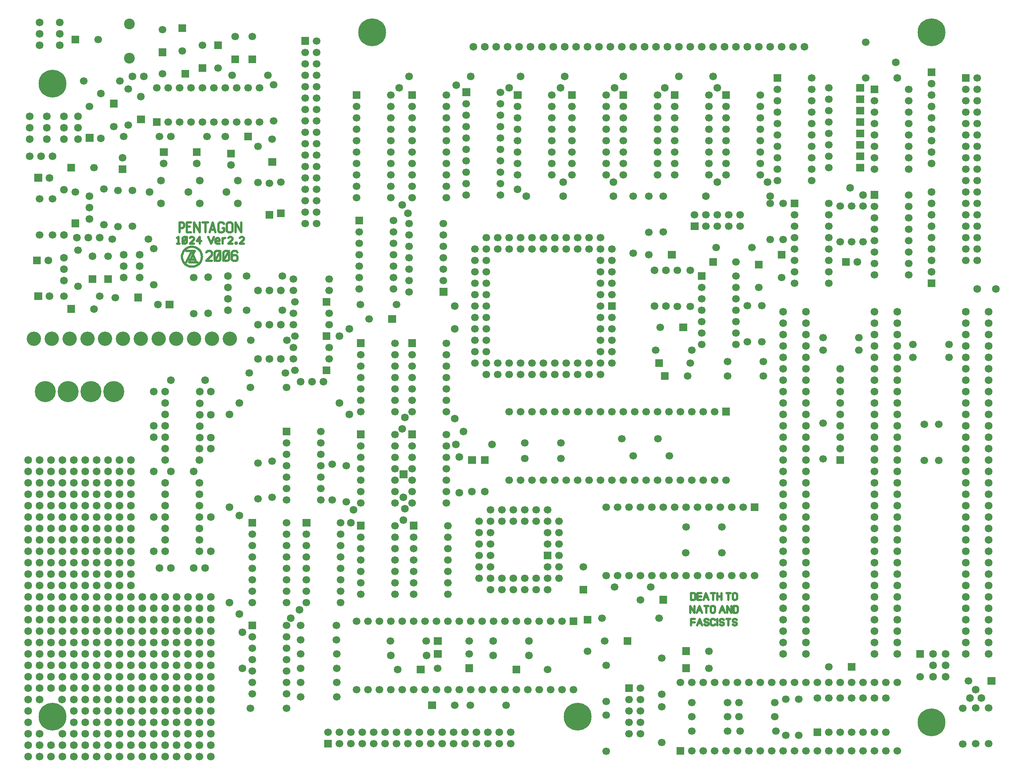
<source format=gts>
%FSLAX34Y34*%
%MOMM*%
%LNSOLDERMASK_TOP*%
G71*
G01*
%ADD10C, 0.50*%
%ADD11C, 1.72*%
%ADD12C, 4.70*%
%ADD13C, 1.70*%
%ADD14C, 6.20*%
%ADD15C, 2.40*%
%ADD16C, 3.20*%
%ADD17C, 0.47*%
%LPD*%
G54D10*
X378079Y1130376D02*
X381254Y1136726D01*
X387604Y1136726D01*
X393497Y1148512D01*
X397129Y1155776D01*
X390779Y1155776D01*
X393497Y1148512D01*
X400304Y1130376D01*
X403479Y1130376D01*
G54D10*
X376479Y1171652D02*
X373304Y1171652D01*
X371322Y1173632D01*
X370129Y1174826D01*
X370129Y1184351D01*
X373304Y1187526D01*
X376479Y1187526D01*
X378460Y1185545D01*
X379654Y1184351D01*
X379654Y1174826D01*
X376479Y1171652D01*
G54D10*
X370129Y1171652D02*
X371322Y1173632D01*
X378460Y1185545D01*
X379654Y1187526D01*
G54D10*
X363779Y1206576D02*
X370129Y1206576D01*
X373304Y1209751D01*
X373304Y1216101D01*
X370129Y1219276D01*
X363779Y1219276D01*
X363779Y1206576D01*
X363779Y1197052D01*
G54D10*
X389179Y1219276D02*
X379654Y1219276D01*
X379654Y1209751D01*
X379654Y1197052D01*
X389179Y1197052D01*
G54D10*
X357429Y1184351D02*
X360604Y1187526D01*
X360604Y1171652D01*
X357429Y1171652D01*
G54D10*
X454279Y1155776D02*
X453111Y1153744D01*
X442722Y1135558D01*
X441579Y1136726D01*
X441579Y1152601D01*
X444754Y1155776D01*
X451104Y1155776D01*
X453111Y1153744D01*
X454279Y1152601D01*
X454279Y1136726D01*
X451104Y1133552D01*
X444754Y1133552D01*
X442722Y1135558D01*
X441579Y1133552D01*
G54D10*
X400304Y1130376D02*
X384429Y1130376D01*
X387604Y1136726D01*
X397129Y1136726D01*
G54D10*
X422529Y1152601D02*
X425704Y1155776D01*
X432054Y1155776D01*
X435229Y1152601D01*
X435229Y1146251D01*
X422529Y1133552D01*
X435229Y1133552D01*
G54D10*
X414579Y1219276D02*
X420929Y1219276D01*
X427279Y1219276D01*
G54D10*
X443154Y1178001D02*
X452679Y1178001D01*
X452679Y1181176D01*
X449504Y1184351D01*
X446329Y1184351D01*
X443154Y1181176D01*
X443154Y1178001D01*
X443154Y1174826D01*
X446329Y1171652D01*
X452679Y1171652D01*
G54D10*
X408229Y1171652D02*
X408229Y1178001D01*
X408229Y1187526D01*
X401879Y1178001D01*
X408229Y1178001D01*
X411404Y1178001D01*
G54D10*
X459029Y1171652D02*
X459029Y1181176D01*
X459029Y1184351D01*
G54D10*
X462204Y1216101D02*
X459029Y1219276D01*
X452679Y1219276D01*
X449504Y1216101D01*
X449504Y1200226D01*
X452679Y1197052D01*
X459029Y1197052D01*
X462204Y1200226D01*
X462204Y1206576D01*
X459029Y1206576D01*
G54D10*
X439979Y1203402D02*
X433629Y1203402D01*
G54D10*
X395529Y1197052D02*
X395529Y1219276D01*
X408229Y1197052D01*
X408229Y1219276D01*
G54D10*
X420929Y1219276D02*
X420929Y1197052D01*
G54D10*
X430454Y1197052D02*
X436804Y1219276D01*
X443154Y1197052D01*
G54D10*
X386004Y1184351D02*
X389179Y1187526D01*
X392354Y1187526D01*
X395529Y1184351D01*
X395529Y1181176D01*
X386004Y1171652D01*
X395529Y1171652D01*
G54D10*
X473329Y1155776D02*
X472160Y1153744D01*
X461772Y1135558D01*
X463804Y1133552D01*
X470154Y1133552D01*
X473329Y1136726D01*
X473329Y1152601D01*
X472160Y1153744D01*
X470154Y1155776D01*
X463804Y1155776D01*
X460629Y1152601D01*
X460629Y1136726D01*
X461772Y1135558D01*
X460629Y1133552D01*
G54D10*
X492379Y1152601D02*
X489204Y1155776D01*
X482854Y1155776D01*
X479679Y1152601D01*
X479679Y1143076D01*
X479679Y1136726D01*
X482854Y1133552D01*
X489204Y1133552D01*
X492379Y1136726D01*
X492379Y1143076D01*
X489204Y1146251D01*
X482854Y1146251D01*
X479679Y1143076D01*
G54D10*
X478079Y1219276D02*
X471729Y1219276D01*
X468554Y1216101D01*
X468554Y1200226D01*
X471729Y1197052D01*
X478079Y1197052D01*
X481254Y1200226D01*
X481254Y1216101D01*
X478079Y1219276D01*
G54D10*
X490779Y1171652D02*
X487604Y1171652D01*
X487604Y1174826D01*
X490779Y1174826D01*
X490779Y1171652D01*
G54D10*
X471729Y1184351D02*
X474904Y1187526D01*
X478079Y1187526D01*
X481254Y1184351D01*
X481254Y1181176D01*
X471729Y1171652D01*
X481254Y1171652D01*
G54D10*
X497129Y1184351D02*
X500304Y1187526D01*
X503479Y1187526D01*
X506654Y1184351D01*
X506654Y1181176D01*
X497129Y1171652D01*
X506654Y1171652D01*
G54D10*
X487604Y1197052D02*
X487604Y1219276D01*
X500304Y1197052D01*
X500304Y1219276D01*
G54D10*
X363779Y1171652D02*
X360604Y1171652D01*
G54D10*
X427279Y1187526D02*
X433629Y1171652D01*
X439979Y1187526D01*
G54D10*
X381254Y1136726D02*
X390779Y1155776D01*
X378079Y1155776D01*
G54D10*
X368681Y1145565D02*
X368554Y1143076D01*
X368681Y1140587D01*
X369113Y1138124D01*
X369798Y1135736D01*
X370738Y1133424D01*
X371958Y1131240D01*
X373406Y1129208D01*
X375056Y1127354D01*
X376910Y1125702D01*
X378943Y1124255D01*
X381127Y1123061D01*
X383438Y1122096D01*
X385826Y1121410D01*
X388290Y1120978D01*
X390779Y1120851D01*
X393268Y1120978D01*
X395707Y1121410D01*
X398120Y1122096D01*
X400406Y1123061D01*
X402590Y1124255D01*
X404622Y1125702D01*
X406476Y1127354D01*
X408153Y1129208D01*
X409600Y1131240D01*
X410794Y1133424D01*
X411760Y1135736D01*
X412445Y1138124D01*
X412852Y1140587D01*
X413004Y1143076D01*
X412852Y1145565D01*
X412445Y1148029D01*
X411760Y1150416D01*
X410794Y1152703D01*
X409600Y1154888D01*
X408153Y1156919D01*
X406476Y1158799D01*
X404622Y1160450D01*
X402590Y1161898D01*
X400406Y1163091D01*
X398120Y1164057D01*
X395707Y1164742D01*
X393268Y1165149D01*
X390779Y1165302D01*
X388290Y1165149D01*
X385826Y1164742D01*
X383438Y1164057D01*
X381127Y1163091D01*
X378943Y1161898D01*
X376910Y1160450D01*
X375056Y1158799D01*
X373406Y1156919D01*
X371958Y1154888D01*
X370738Y1152703D01*
X369798Y1150416D01*
X369113Y1148029D01*
X368681Y1145565D01*
G54D10*
X379654Y1209751D02*
X386004Y1209751D01*
G54D10*
X459029Y1181176D02*
X462204Y1184351D01*
X465379Y1184351D01*
X26670Y55245D02*
G54D11*
D03*
X52070Y55245D02*
G54D11*
D03*
X26670Y80645D02*
G54D11*
D03*
X52070Y80645D02*
G54D11*
D03*
X26670Y156845D02*
G54D11*
D03*
X52070Y156845D02*
G54D11*
D03*
X26670Y131445D02*
G54D11*
D03*
X52070Y233045D02*
G54D11*
D03*
X52070Y207645D02*
G54D11*
D03*
X26670Y233045D02*
G54D11*
D03*
X26670Y207645D02*
G54D11*
D03*
X52070Y309245D02*
G54D11*
D03*
X52070Y283845D02*
G54D11*
D03*
X26670Y309245D02*
G54D11*
D03*
X26670Y283845D02*
G54D11*
D03*
X52070Y385445D02*
G54D11*
D03*
X52070Y360045D02*
G54D11*
D03*
X26670Y385445D02*
G54D11*
D03*
X26670Y360045D02*
G54D11*
D03*
X52070Y461645D02*
G54D11*
D03*
X52070Y436245D02*
G54D11*
D03*
X26670Y461645D02*
G54D11*
D03*
X26670Y436245D02*
G54D11*
D03*
X52070Y537845D02*
G54D11*
D03*
X52070Y512445D02*
G54D11*
D03*
X26670Y537845D02*
G54D11*
D03*
X26670Y512445D02*
G54D11*
D03*
X52070Y614045D02*
G54D11*
D03*
X52070Y588645D02*
G54D11*
D03*
X26670Y614045D02*
G54D11*
D03*
X26670Y588645D02*
G54D11*
D03*
X52070Y664845D02*
G54D11*
D03*
X26670Y664845D02*
G54D11*
D03*
X64770Y842650D02*
G54D12*
D03*
X128270Y55245D02*
G54D11*
D03*
X102870Y55245D02*
G54D11*
D03*
X128270Y80645D02*
G54D11*
D03*
X102870Y80645D02*
G54D11*
D03*
X128270Y156845D02*
G54D11*
D03*
X102235Y156845D02*
G54D11*
D03*
X128270Y131445D02*
G54D11*
D03*
X128270Y233045D02*
G54D11*
D03*
X128270Y207645D02*
G54D11*
D03*
X102870Y233045D02*
G54D11*
D03*
X102870Y207645D02*
G54D11*
D03*
X128270Y309245D02*
G54D11*
D03*
X128270Y283845D02*
G54D11*
D03*
X102870Y309245D02*
G54D11*
D03*
X102870Y283845D02*
G54D11*
D03*
X128270Y385445D02*
G54D11*
D03*
X128270Y360045D02*
G54D11*
D03*
X102870Y385445D02*
G54D11*
D03*
X102870Y360045D02*
G54D11*
D03*
X128270Y461645D02*
G54D11*
D03*
X128270Y436245D02*
G54D11*
D03*
X102870Y461645D02*
G54D11*
D03*
X102870Y436245D02*
G54D11*
D03*
X128270Y537845D02*
G54D11*
D03*
X128270Y512445D02*
G54D11*
D03*
X102870Y537845D02*
G54D11*
D03*
X102870Y512445D02*
G54D11*
D03*
X128270Y614045D02*
G54D11*
D03*
X128270Y588645D02*
G54D11*
D03*
X102870Y614045D02*
G54D11*
D03*
X102870Y588645D02*
G54D11*
D03*
X128270Y664845D02*
G54D11*
D03*
X102870Y664845D02*
G54D11*
D03*
X204470Y80645D02*
G54D11*
D03*
X204470Y55245D02*
G54D11*
D03*
X179070Y80645D02*
G54D11*
D03*
X179070Y55245D02*
G54D11*
D03*
X204470Y131445D02*
G54D11*
D03*
X204470Y156845D02*
G54D11*
D03*
X179070Y131445D02*
G54D11*
D03*
X179070Y156845D02*
G54D11*
D03*
X204470Y233045D02*
G54D11*
D03*
X204470Y207645D02*
G54D11*
D03*
X179070Y233045D02*
G54D11*
D03*
X179070Y207645D02*
G54D11*
D03*
X204470Y309245D02*
G54D11*
D03*
X204470Y283845D02*
G54D11*
D03*
X179070Y309245D02*
G54D11*
D03*
X179070Y283845D02*
G54D11*
D03*
X204470Y385445D02*
G54D11*
D03*
X204470Y360045D02*
G54D11*
D03*
X179070Y385445D02*
G54D11*
D03*
X179070Y360045D02*
G54D11*
D03*
X204470Y461645D02*
G54D11*
D03*
X204470Y436245D02*
G54D11*
D03*
X179070Y461645D02*
G54D11*
D03*
X179070Y436245D02*
G54D11*
D03*
X204470Y537845D02*
G54D11*
D03*
X204470Y512445D02*
G54D11*
D03*
X179070Y537845D02*
G54D11*
D03*
X179070Y512445D02*
G54D11*
D03*
X204470Y614045D02*
G54D11*
D03*
X204470Y588645D02*
G54D11*
D03*
X179070Y614045D02*
G54D11*
D03*
X179070Y588645D02*
G54D11*
D03*
X204470Y664845D02*
G54D11*
D03*
X179070Y664845D02*
G54D11*
D03*
X280670Y80645D02*
G54D11*
D03*
X280670Y55245D02*
G54D11*
D03*
X255270Y80645D02*
G54D11*
D03*
X255270Y55245D02*
G54D11*
D03*
X280670Y131445D02*
G54D11*
D03*
X280670Y156845D02*
G54D11*
D03*
X255270Y131445D02*
G54D11*
D03*
X255270Y156845D02*
G54D11*
D03*
X280670Y233045D02*
G54D11*
D03*
X280670Y207645D02*
G54D11*
D03*
X255270Y233045D02*
G54D11*
D03*
X255270Y207645D02*
G54D11*
D03*
X280670Y309245D02*
G54D11*
D03*
X280670Y283845D02*
G54D11*
D03*
X255270Y309245D02*
G54D11*
D03*
X255270Y283845D02*
G54D11*
D03*
X280670Y385445D02*
G54D11*
D03*
X280670Y360045D02*
G54D11*
D03*
X255270Y385445D02*
G54D11*
D03*
X255270Y360045D02*
G54D11*
D03*
X255270Y461645D02*
G54D11*
D03*
X255270Y436245D02*
G54D11*
D03*
X255270Y537845D02*
G54D11*
D03*
X255270Y512445D02*
G54D11*
D03*
X255270Y614045D02*
G54D11*
D03*
X255270Y588645D02*
G54D11*
D03*
X255270Y664845D02*
G54D11*
D03*
X356870Y80645D02*
G54D11*
D03*
X356870Y55245D02*
G54D11*
D03*
X331470Y80645D02*
G54D11*
D03*
X331470Y55245D02*
G54D11*
D03*
X356870Y131445D02*
G54D11*
D03*
X356870Y156845D02*
G54D11*
D03*
X331470Y131445D02*
G54D11*
D03*
X331470Y156845D02*
G54D11*
D03*
X356870Y233045D02*
G54D11*
D03*
X356870Y207645D02*
G54D11*
D03*
X331470Y233045D02*
G54D11*
D03*
X331470Y207645D02*
G54D11*
D03*
X356870Y309245D02*
G54D11*
D03*
X356870Y283845D02*
G54D11*
D03*
X331470Y309245D02*
G54D11*
D03*
X331470Y283845D02*
G54D11*
D03*
X356870Y360045D02*
G54D11*
D03*
X343667Y449919D02*
G54D11*
D03*
X331470Y360045D02*
G54D11*
D03*
X331470Y537845D02*
G54D11*
D03*
X331470Y512445D02*
G54D11*
D03*
X331470Y614045D02*
G54D11*
D03*
X331470Y588645D02*
G54D11*
D03*
X331470Y690245D02*
G54D11*
D03*
X331470Y766445D02*
G54D11*
D03*
X331470Y741045D02*
G54D11*
D03*
X331470Y842645D02*
G54D11*
D03*
X331470Y817245D02*
G54D11*
D03*
X433070Y80645D02*
G54D11*
D03*
X433070Y55245D02*
G54D11*
D03*
X407670Y80645D02*
G54D11*
D03*
X407670Y55245D02*
G54D11*
D03*
X433070Y131445D02*
G54D11*
D03*
X433070Y156845D02*
G54D11*
D03*
X407670Y131445D02*
G54D11*
D03*
X407670Y156845D02*
G54D11*
D03*
X433070Y233045D02*
G54D11*
D03*
X433070Y207645D02*
G54D11*
D03*
X407670Y233045D02*
G54D11*
D03*
X407670Y207645D02*
G54D11*
D03*
X433070Y309245D02*
G54D11*
D03*
X433070Y283845D02*
G54D11*
D03*
X407670Y309245D02*
G54D11*
D03*
X407670Y283845D02*
G54D11*
D03*
X433070Y360045D02*
G54D11*
D03*
X395186Y449633D02*
G54D11*
D03*
X407670Y360045D02*
G54D11*
D03*
X433070Y487045D02*
G54D11*
D03*
X433070Y563245D02*
G54D11*
D03*
X407670Y537845D02*
G54D11*
D03*
X407670Y512445D02*
G54D11*
D03*
X407670Y614045D02*
G54D11*
D03*
X407670Y588645D02*
G54D11*
D03*
X407670Y690245D02*
G54D11*
D03*
X408067Y766048D02*
G54D11*
D03*
X408067Y740648D02*
G54D11*
D03*
X408067Y842645D02*
G54D11*
D03*
X408067Y816848D02*
G54D11*
D03*
X474345Y372745D02*
G54D11*
D03*
X474345Y585470D02*
G54D11*
D03*
X496570Y817245D02*
G54D11*
D03*
X629920Y356870D02*
G54D11*
D03*
X744220Y550545D02*
G54D11*
D03*
X750570Y579120D02*
G54D11*
D03*
X718820Y817245D02*
G54D11*
D03*
X741045Y982345D02*
G54D11*
D03*
X718820Y966470D02*
G54D11*
D03*
X864870Y582295D02*
G54D11*
D03*
X858520Y760095D02*
G54D11*
D03*
X975995Y982345D02*
G54D11*
D03*
X975995Y1033145D02*
G54D11*
D03*
X979170Y1525270D02*
G54D11*
D03*
X1115695Y1293495D02*
G54D11*
D03*
X1134745Y1277620D02*
G54D11*
D03*
X1096645Y1518920D02*
G54D11*
D03*
X1210945Y1518920D02*
G54D11*
D03*
X1328420Y1309370D02*
G54D11*
D03*
X1328420Y1277620D02*
G54D11*
D03*
X1331595Y1518920D02*
G54D11*
D03*
G36*
X1542164Y1140076D02*
X1559176Y1140076D01*
X1559176Y1123064D01*
X1542164Y1123064D01*
X1542164Y1140076D01*
G37*
X1560195Y1309370D02*
G54D11*
D03*
X1560195Y1518920D02*
G54D11*
D03*
X1855470Y1296670D02*
G54D11*
D03*
X1884045Y1280795D02*
G54D11*
D03*
X1960245Y1541145D02*
G54D11*
D03*
X1957070Y1576070D02*
G54D11*
D03*
X2179320Y1071245D02*
G54D11*
D03*
X26670Y29845D02*
G54D11*
D03*
X52070Y29845D02*
G54D11*
D03*
X52070Y258445D02*
G54D11*
D03*
X52070Y334645D02*
G54D11*
D03*
X26670Y258445D02*
G54D11*
D03*
X26670Y334645D02*
G54D11*
D03*
X52070Y182245D02*
G54D11*
D03*
X26670Y182245D02*
G54D11*
D03*
X26670Y106045D02*
G54D11*
D03*
X52070Y410845D02*
G54D11*
D03*
X52070Y487045D02*
G54D11*
D03*
X52070Y563245D02*
G54D11*
D03*
X52070Y639445D02*
G54D11*
D03*
X26670Y410845D02*
G54D11*
D03*
X26670Y487045D02*
G54D11*
D03*
X26670Y563245D02*
G54D11*
D03*
X26670Y639445D02*
G54D11*
D03*
X52070Y1191895D02*
G54D13*
D03*
X52070Y1271880D02*
G54D13*
D03*
X29845Y1455420D02*
G54D11*
D03*
X29845Y1404620D02*
G54D11*
D03*
X29845Y1430020D02*
G54D11*
D03*
X52070Y1664970D02*
G54D11*
D03*
X52070Y1614170D02*
G54D11*
D03*
X52070Y1639570D02*
G54D11*
D03*
X128270Y29845D02*
G54D11*
D03*
X102870Y29845D02*
G54D11*
D03*
X128270Y258445D02*
G54D11*
D03*
X128270Y334645D02*
G54D11*
D03*
X102870Y258445D02*
G54D11*
D03*
X102870Y334645D02*
G54D11*
D03*
X128270Y182245D02*
G54D11*
D03*
X102870Y182245D02*
G54D11*
D03*
X128270Y106045D02*
G54D11*
D03*
X128270Y410845D02*
G54D11*
D03*
X128270Y487045D02*
G54D11*
D03*
X128270Y563245D02*
G54D11*
D03*
X128270Y639445D02*
G54D11*
D03*
X102870Y410845D02*
G54D11*
D03*
X102870Y487045D02*
G54D11*
D03*
X102870Y563245D02*
G54D11*
D03*
X102870Y639445D02*
G54D11*
D03*
X137795Y1077595D02*
G54D13*
D03*
X137795Y1157580D02*
G54D13*
D03*
X106045Y1141095D02*
G54D11*
D03*
X106045Y1090295D02*
G54D11*
D03*
X106045Y1115695D02*
G54D11*
D03*
X137795Y1455420D02*
G54D11*
D03*
X137795Y1404620D02*
G54D11*
D03*
X137795Y1430020D02*
G54D11*
D03*
X106045Y1404620D02*
G54D11*
D03*
X106045Y1455420D02*
G54D11*
D03*
X106045Y1430020D02*
G54D11*
D03*
X96520Y1614170D02*
G54D11*
D03*
X96520Y1664970D02*
G54D11*
D03*
X96520Y1639570D02*
G54D11*
D03*
X204470Y29845D02*
G54D11*
D03*
X179070Y29845D02*
G54D11*
D03*
X204470Y258445D02*
G54D11*
D03*
X204470Y334645D02*
G54D11*
D03*
X179070Y258445D02*
G54D11*
D03*
X179070Y334645D02*
G54D11*
D03*
X204470Y106045D02*
G54D11*
D03*
X179070Y106045D02*
G54D11*
D03*
X204470Y182245D02*
G54D11*
D03*
X179070Y182245D02*
G54D11*
D03*
X204470Y410845D02*
G54D11*
D03*
X204470Y487045D02*
G54D11*
D03*
X204470Y563245D02*
G54D11*
D03*
X204470Y639445D02*
G54D11*
D03*
X179070Y410845D02*
G54D11*
D03*
X179070Y487045D02*
G54D11*
D03*
X179070Y563245D02*
G54D11*
D03*
X179070Y639445D02*
G54D11*
D03*
G36*
X195964Y1101976D02*
X212976Y1101976D01*
X212976Y1084964D01*
X195964Y1084964D01*
X195964Y1101976D01*
G37*
X204470Y1144270D02*
G54D13*
D03*
X188595Y1506220D02*
G54D11*
D03*
X188595Y1406194D02*
G54D11*
D03*
X280670Y29845D02*
G54D11*
D03*
X255270Y29845D02*
G54D11*
D03*
X280670Y258445D02*
G54D11*
D03*
X280670Y334645D02*
G54D11*
D03*
X255270Y258445D02*
G54D11*
D03*
X255270Y334645D02*
G54D11*
D03*
X280670Y106045D02*
G54D11*
D03*
X255270Y106045D02*
G54D11*
D03*
X280670Y182245D02*
G54D11*
D03*
X255270Y182245D02*
G54D11*
D03*
X255270Y410845D02*
G54D11*
D03*
X255270Y487045D02*
G54D11*
D03*
X255270Y563245D02*
G54D11*
D03*
X255270Y639445D02*
G54D11*
D03*
X344170Y868045D02*
G54D11*
D03*
X274320Y1096645D02*
G54D11*
D03*
X274320Y1147445D02*
G54D11*
D03*
X274320Y1122045D02*
G54D11*
D03*
X283845Y1544320D02*
G54D11*
D03*
X258445Y1544320D02*
G54D11*
D03*
X248920Y1436370D02*
G54D13*
D03*
X248920Y1516354D02*
G54D13*
D03*
G36*
X268875Y1457690D02*
X286115Y1457690D01*
X286115Y1440450D01*
X268875Y1440450D01*
X268875Y1457690D01*
G37*
X277495Y1499870D02*
G54D11*
D03*
X356870Y29845D02*
G54D11*
D03*
X331470Y29845D02*
G54D11*
D03*
X356870Y258445D02*
G54D11*
D03*
X356870Y334645D02*
G54D11*
D03*
X331470Y258445D02*
G54D11*
D03*
X331470Y334645D02*
G54D11*
D03*
X356870Y106045D02*
G54D11*
D03*
X331470Y106045D02*
G54D11*
D03*
X356870Y182245D02*
G54D11*
D03*
X331470Y182245D02*
G54D11*
D03*
X318267Y449919D02*
G54D11*
D03*
X331470Y487045D02*
G54D11*
D03*
X331470Y563245D02*
G54D11*
D03*
X331470Y639445D02*
G54D11*
D03*
X420370Y868045D02*
G54D11*
D03*
X331470Y715645D02*
G54D11*
D03*
X331470Y791845D02*
G54D11*
D03*
X407670Y29845D02*
G54D11*
D03*
X433070Y29845D02*
G54D11*
D03*
X433070Y258445D02*
G54D11*
D03*
X433070Y334645D02*
G54D11*
D03*
X407670Y258445D02*
G54D11*
D03*
X407670Y334645D02*
G54D11*
D03*
X433070Y106045D02*
G54D11*
D03*
X407670Y106045D02*
G54D11*
D03*
X433070Y182245D02*
G54D11*
D03*
X407670Y182245D02*
G54D11*
D03*
X420586Y449633D02*
G54D11*
D03*
X407670Y487045D02*
G54D11*
D03*
X407670Y563245D02*
G54D11*
D03*
X407670Y639445D02*
G54D11*
D03*
X407670Y715645D02*
G54D11*
D03*
X408067Y791448D02*
G54D11*
D03*
X426720Y1017270D02*
G54D11*
D03*
X426720Y1097254D02*
G54D11*
D03*
X496570Y347742D02*
G54D11*
D03*
X502920Y226695D02*
G54D11*
D03*
X502920Y306680D02*
G54D11*
D03*
X496570Y566420D02*
G54D11*
D03*
X474345Y791845D02*
G54D11*
D03*
G36*
X561089Y1362326D02*
X578101Y1362326D01*
X578101Y1345314D01*
X561089Y1345314D01*
X561089Y1362326D01*
G37*
X569595Y1404620D02*
G54D13*
D03*
X572770Y1445895D02*
G54D13*
D03*
X572770Y1525880D02*
G54D13*
D03*
X741045Y791845D02*
G54D11*
D03*
X861695Y556895D02*
G54D11*
D03*
X864870Y785495D02*
G54D11*
D03*
X858520Y1258570D02*
G54D11*
D03*
X871220Y1239520D02*
G54D11*
D03*
X874395Y1544320D02*
G54D11*
D03*
X975995Y782320D02*
G54D11*
D03*
X1010920Y1544320D02*
G54D11*
D03*
X1122045Y1544320D02*
G54D11*
D03*
G36*
X1262764Y343151D02*
X1279776Y343151D01*
X1279776Y326139D01*
X1262764Y326139D01*
X1262764Y343151D01*
G37*
X1271270Y264642D02*
G54D13*
D03*
G36*
X1253239Y409826D02*
X1270251Y409826D01*
X1270251Y392814D01*
X1253239Y392814D01*
X1253239Y409826D01*
G37*
X1261745Y452120D02*
G54D13*
D03*
X1350645Y1544320D02*
G54D11*
D03*
X1436370Y248920D02*
G54D13*
D03*
X1436370Y168910D02*
G54D13*
D03*
X1420495Y1033145D02*
G54D11*
D03*
X1420495Y1113130D02*
G54D11*
D03*
X1499870Y1112520D02*
G54D13*
D03*
X1499870Y1032510D02*
G54D13*
D03*
X1471295Y1112520D02*
G54D13*
D03*
X1471295Y1032510D02*
G54D13*
D03*
X1474470Y1544320D02*
G54D11*
D03*
X1550670Y1544320D02*
G54D11*
D03*
G36*
X1643764Y1133726D02*
X1660776Y1133726D01*
X1660776Y1116714D01*
X1643764Y1116714D01*
X1643764Y1133726D01*
G37*
X1652270Y1074420D02*
G54D13*
D03*
X1706245Y1261745D02*
G54D13*
D03*
X1706245Y1181735D02*
G54D13*
D03*
G36*
X1694564Y1155951D02*
X1711576Y1155951D01*
X1711576Y1138939D01*
X1694564Y1138939D01*
X1694564Y1155951D01*
G37*
X1703070Y1096645D02*
G54D13*
D03*
X1795145Y772795D02*
G54D13*
D03*
X1795145Y692785D02*
G54D13*
D03*
X1858645Y1176020D02*
G54D13*
D03*
X1858645Y1256004D02*
G54D13*
D03*
X1884045Y1176020D02*
G54D13*
D03*
X1884045Y1256004D02*
G54D13*
D03*
G36*
X2002539Y266951D02*
X2019551Y266951D01*
X2019551Y249939D01*
X2002539Y249939D01*
X2002539Y266951D01*
G37*
X2011045Y207645D02*
G54D13*
D03*
X2039620Y207645D02*
G54D11*
D03*
X2039620Y258445D02*
G54D11*
D03*
X2039620Y233045D02*
G54D11*
D03*
X2020570Y769620D02*
G54D13*
D03*
X2020570Y689610D02*
G54D13*
D03*
X106045Y1191895D02*
G54D11*
D03*
X106045Y1291895D02*
G54D11*
D03*
G36*
X122939Y1225801D02*
X139951Y1225801D01*
X139951Y1208789D01*
X122939Y1208789D01*
X122939Y1225801D01*
G37*
X131445Y1287272D02*
G54D13*
D03*
X194945Y1214120D02*
G54D13*
D03*
X194945Y1294104D02*
G54D13*
D03*
X258445Y1210945D02*
G54D13*
D03*
X258445Y1290930D02*
G54D13*
D03*
G36*
X405514Y1571876D02*
X422526Y1571876D01*
X422526Y1554864D01*
X405514Y1554864D01*
X405514Y1571876D01*
G37*
X414020Y1614170D02*
G54D13*
D03*
G36*
X478539Y1590926D02*
X495551Y1590926D01*
X495551Y1573914D01*
X478539Y1573914D01*
X478539Y1590926D01*
G37*
X487045Y1633220D02*
G54D13*
D03*
X569595Y607695D02*
G54D13*
D03*
X569595Y687680D02*
G54D13*
D03*
G36*
X554739Y1244851D02*
X571751Y1244851D01*
X571751Y1227839D01*
X554739Y1227839D01*
X554739Y1244851D01*
G37*
X563245Y1306322D02*
G54D13*
D03*
G36*
X580139Y1248026D02*
X597151Y1248026D01*
X597151Y1231014D01*
X580139Y1231014D01*
X580139Y1248026D01*
G37*
X588645Y1309497D02*
G54D13*
D03*
X734695Y677545D02*
G54D13*
D03*
X734695Y597535D02*
G54D13*
D03*
G36*
X853075Y667115D02*
X870315Y667115D01*
X870315Y649875D01*
X853075Y649875D01*
X853075Y667115D01*
G37*
X861695Y607695D02*
G54D11*
D03*
G36*
X1034050Y698865D02*
X1051290Y698865D01*
X1051290Y681625D01*
X1034050Y681625D01*
X1034050Y698865D01*
G37*
X1042670Y620242D02*
G54D11*
D03*
G36*
X1005475Y698865D02*
X1022715Y698865D01*
X1022715Y681625D01*
X1005475Y681625D01*
X1005475Y698865D01*
G37*
X1014095Y620242D02*
G54D11*
D03*
X1436370Y140970D02*
G54D13*
D03*
X1436370Y60960D02*
G54D13*
D03*
X1407795Y1277620D02*
G54D13*
D03*
X1407795Y1197610D02*
G54D13*
D03*
X1626870Y953770D02*
G54D13*
D03*
X1626870Y1033754D02*
G54D13*
D03*
X1658620Y953770D02*
G54D13*
D03*
X1658620Y1033754D02*
G54D13*
D03*
X1741170Y77470D02*
G54D13*
D03*
X1741170Y157454D02*
G54D13*
D03*
X1712595Y77470D02*
G54D13*
D03*
X1712595Y157454D02*
G54D13*
D03*
X1890395Y1541145D02*
G54D13*
D03*
X1890395Y1621130D02*
G54D13*
D03*
X2106295Y137795D02*
G54D13*
D03*
X2106295Y57785D02*
G54D13*
D03*
X2163445Y58420D02*
G54D13*
D03*
X2163445Y138404D02*
G54D13*
D03*
X77470Y55245D02*
G54D11*
D03*
X77470Y233045D02*
G54D11*
D03*
X77470Y207645D02*
G54D11*
D03*
X77470Y309245D02*
G54D11*
D03*
X77470Y283845D02*
G54D11*
D03*
X77470Y385445D02*
G54D11*
D03*
X77470Y360045D02*
G54D11*
D03*
X77470Y461645D02*
G54D11*
D03*
X77470Y436245D02*
G54D11*
D03*
X77470Y537845D02*
G54D11*
D03*
X77470Y512445D02*
G54D11*
D03*
X77470Y614045D02*
G54D11*
D03*
X77470Y588645D02*
G54D11*
D03*
X77470Y664845D02*
G54D11*
D03*
G36*
X40275Y1063990D02*
X57515Y1063990D01*
X57515Y1046750D01*
X40275Y1046750D01*
X40275Y1063990D01*
G37*
X74295Y1055370D02*
G54D11*
D03*
G36*
X37100Y1143365D02*
X54340Y1143365D01*
X54340Y1126125D01*
X37100Y1126125D01*
X37100Y1143365D01*
G37*
X71120Y1134745D02*
G54D11*
D03*
X29845Y1366520D02*
G54D11*
D03*
X80645Y1366520D02*
G54D11*
D03*
X55245Y1366520D02*
G54D11*
D03*
X153670Y80645D02*
G54D11*
D03*
X153670Y55245D02*
G54D11*
D03*
X229870Y80645D02*
G54D11*
D03*
X229870Y55245D02*
G54D11*
D03*
X306070Y80645D02*
G54D11*
D03*
X306070Y55245D02*
G54D11*
D03*
X382270Y80645D02*
G54D11*
D03*
X382270Y55245D02*
G54D11*
D03*
X153670Y131445D02*
G54D11*
D03*
X153670Y156845D02*
G54D11*
D03*
X229870Y131445D02*
G54D11*
D03*
X229870Y156845D02*
G54D11*
D03*
X306070Y131445D02*
G54D11*
D03*
X306070Y156845D02*
G54D11*
D03*
X382270Y131445D02*
G54D11*
D03*
X382270Y156845D02*
G54D11*
D03*
X153670Y233045D02*
G54D11*
D03*
X153670Y207645D02*
G54D11*
D03*
X229870Y233045D02*
G54D11*
D03*
X229870Y207645D02*
G54D11*
D03*
X306070Y233045D02*
G54D11*
D03*
X306070Y207645D02*
G54D11*
D03*
X382270Y233045D02*
G54D11*
D03*
X382270Y207645D02*
G54D11*
D03*
X153670Y309245D02*
G54D11*
D03*
X153670Y283845D02*
G54D11*
D03*
X229870Y309245D02*
G54D11*
D03*
X229870Y283845D02*
G54D11*
D03*
X306070Y309245D02*
G54D11*
D03*
X306070Y283845D02*
G54D11*
D03*
X382270Y309245D02*
G54D11*
D03*
X382270Y283845D02*
G54D11*
D03*
X153670Y385445D02*
G54D11*
D03*
X153670Y360045D02*
G54D11*
D03*
X229870Y385445D02*
G54D11*
D03*
X229870Y360045D02*
G54D11*
D03*
X306070Y360045D02*
G54D11*
D03*
X382270Y360045D02*
G54D11*
D03*
X153670Y461645D02*
G54D11*
D03*
X153670Y436245D02*
G54D11*
D03*
X229870Y461645D02*
G54D11*
D03*
X229870Y436245D02*
G54D11*
D03*
X306070Y487045D02*
G54D11*
D03*
X153670Y537845D02*
G54D11*
D03*
X153670Y512445D02*
G54D11*
D03*
X229870Y537845D02*
G54D11*
D03*
X229870Y512445D02*
G54D11*
D03*
X306070Y563245D02*
G54D11*
D03*
X153670Y614045D02*
G54D11*
D03*
X153670Y588645D02*
G54D11*
D03*
X229870Y614045D02*
G54D11*
D03*
X229870Y588645D02*
G54D11*
D03*
X153670Y664845D02*
G54D11*
D03*
X229870Y664845D02*
G54D11*
D03*
X306070Y741045D02*
G54D11*
D03*
X306070Y664845D02*
G54D11*
D03*
X306070Y766445D02*
G54D11*
D03*
X306070Y842645D02*
G54D11*
D03*
G36*
X262639Y1060701D02*
X279651Y1060701D01*
X279651Y1043689D01*
X262639Y1043689D01*
X262639Y1060701D01*
G37*
X220345Y1052195D02*
G54D13*
D03*
G36*
X319675Y1384665D02*
X336915Y1384665D01*
X336915Y1367425D01*
X319675Y1367425D01*
X319675Y1384665D01*
G37*
X328295Y1350645D02*
G54D11*
D03*
X150495Y1534795D02*
G54D13*
D03*
X230480Y1534795D02*
G54D13*
D03*
X633095Y163195D02*
G54D13*
D03*
X713080Y163195D02*
G54D13*
D03*
X601345Y137795D02*
G54D13*
D03*
X521335Y137795D02*
G54D13*
D03*
X633095Y226695D02*
G54D13*
D03*
X713080Y226695D02*
G54D13*
D03*
X712470Y290195D02*
G54D13*
D03*
X632460Y290195D02*
G54D13*
D03*
X601345Y852170D02*
G54D13*
D03*
X521335Y852170D02*
G54D13*
D03*
X696595Y915670D02*
G54D13*
D03*
X616585Y915670D02*
G54D13*
D03*
G36*
X681739Y898776D02*
X698751Y898776D01*
X698751Y881764D01*
X681739Y881764D01*
X681739Y898776D01*
G37*
X620243Y890270D02*
G54D13*
D03*
X518795Y883920D02*
G54D13*
D03*
X598780Y883920D02*
G54D13*
D03*
X588645Y915670D02*
G54D11*
D03*
X537845Y915670D02*
G54D11*
D03*
X563245Y915670D02*
G54D11*
D03*
X696595Y991870D02*
G54D13*
D03*
X616585Y991870D02*
G54D13*
D03*
G36*
X681739Y974976D02*
X698751Y974976D01*
X698751Y957964D01*
X681739Y957964D01*
X681739Y974976D01*
G37*
X620243Y966470D02*
G54D13*
D03*
X588645Y991870D02*
G54D11*
D03*
X537845Y991870D02*
G54D11*
D03*
X563245Y991870D02*
G54D11*
D03*
X696595Y1068070D02*
G54D13*
D03*
X616585Y1068070D02*
G54D13*
D03*
G36*
X681739Y1051176D02*
X698751Y1051176D01*
X698751Y1034164D01*
X681739Y1034164D01*
X681739Y1051176D01*
G37*
X620243Y1042670D02*
G54D13*
D03*
X588645Y1068070D02*
G54D11*
D03*
X537845Y1068070D02*
G54D11*
D03*
X563245Y1068070D02*
G54D11*
D03*
G36*
X468900Y1381490D02*
X486140Y1381490D01*
X486140Y1364250D01*
X468900Y1364250D01*
X468900Y1381490D01*
G37*
X477520Y1347470D02*
G54D11*
D03*
G36*
X916689Y152651D02*
X933701Y152651D01*
X933701Y135639D01*
X916689Y135639D01*
X916689Y152651D01*
G37*
X975995Y144145D02*
G54D13*
D03*
G36*
X999239Y235201D02*
X1016251Y235201D01*
X1016251Y218189D01*
X999239Y218189D01*
X999239Y235201D01*
G37*
X937743Y226695D02*
G54D13*
D03*
G36*
X891175Y232140D02*
X908415Y232140D01*
X908415Y214900D01*
X891175Y214900D01*
X891175Y232140D01*
G37*
X848995Y223520D02*
G54D11*
D03*
G36*
X929389Y295526D02*
X946401Y295526D01*
X946401Y278514D01*
X929389Y278514D01*
X929389Y295526D01*
G37*
X1007872Y287020D02*
G54D13*
D03*
X912495Y287020D02*
G54D13*
D03*
X832485Y287020D02*
G54D13*
D03*
X995045Y753745D02*
G54D11*
D03*
X845820Y1036320D02*
G54D13*
D03*
X765810Y1036320D02*
G54D13*
D03*
X852170Y1518920D02*
G54D11*
D03*
G36*
X1104014Y232026D02*
X1121026Y232026D01*
X1121026Y215014D01*
X1104014Y215014D01*
X1104014Y232026D01*
G37*
X1182497Y223520D02*
G54D13*
D03*
X1141095Y287020D02*
G54D11*
D03*
X1061085Y287020D02*
G54D11*
D03*
X1131570Y693420D02*
G54D13*
D03*
X1211555Y693420D02*
G54D13*
D03*
X1217295Y1309370D02*
G54D11*
D03*
X1217295Y1277620D02*
G54D11*
D03*
X1503045Y86995D02*
G54D13*
D03*
X1583030Y86995D02*
G54D13*
D03*
X1503045Y150495D02*
G54D13*
D03*
X1583030Y150495D02*
G54D13*
D03*
G36*
X1481839Y235201D02*
X1498851Y235201D01*
X1498851Y218189D01*
X1481839Y218189D01*
X1481839Y235201D01*
G37*
X1541145Y226695D02*
G54D13*
D03*
G36*
X1431039Y387601D02*
X1448051Y387601D01*
X1448051Y370589D01*
X1431039Y370589D01*
X1431039Y387601D01*
G37*
X1388745Y379095D02*
G54D13*
D03*
X1490345Y541020D02*
G54D13*
D03*
X1570330Y541020D02*
G54D13*
D03*
X1372870Y699770D02*
G54D13*
D03*
X1452854Y699770D02*
G54D13*
D03*
G36*
X1421514Y914651D02*
X1438526Y914651D01*
X1438526Y897639D01*
X1421514Y897639D01*
X1421514Y914651D01*
G37*
X1499997Y906145D02*
G54D13*
D03*
G36*
X1475489Y994026D02*
X1492501Y994026D01*
X1492501Y977014D01*
X1475489Y977014D01*
X1475489Y994026D01*
G37*
X1433195Y985520D02*
G54D13*
D03*
X1601470Y1131570D02*
G54D13*
D03*
G36*
X1450089Y1155951D02*
X1467101Y1155951D01*
X1467101Y1138939D01*
X1450089Y1138939D01*
X1450089Y1155951D01*
G37*
X1407795Y1147445D02*
G54D13*
D03*
X1534795Y1277620D02*
G54D11*
D03*
X1442720Y1518920D02*
G54D11*
D03*
G36*
X1850139Y238376D02*
X1867151Y238376D01*
X1867151Y221364D01*
X1850139Y221364D01*
X1850139Y238376D01*
G37*
X1807845Y229870D02*
G54D13*
D03*
X1795145Y963295D02*
G54D13*
D03*
X1875130Y963295D02*
G54D13*
D03*
G36*
X1837325Y1140190D02*
X1854565Y1140190D01*
X1854565Y1122950D01*
X1837325Y1122950D01*
X1837325Y1140190D01*
G37*
X1871345Y1131570D02*
G54D11*
D03*
X1671320Y1309370D02*
G54D11*
D03*
X1677670Y1277620D02*
G54D11*
D03*
G36*
X1869189Y1375026D02*
X1886201Y1375026D01*
X1886201Y1358014D01*
X1869189Y1358014D01*
X1869189Y1375026D01*
G37*
X1807692Y1366520D02*
G54D13*
D03*
G36*
X1869189Y1349626D02*
X1886201Y1349626D01*
X1886201Y1332614D01*
X1869189Y1332614D01*
X1869189Y1349626D01*
G37*
X1807692Y1341120D02*
G54D13*
D03*
G36*
X1869189Y1451226D02*
X1886201Y1451226D01*
X1886201Y1434214D01*
X1869189Y1434214D01*
X1869189Y1451226D01*
G37*
X1807692Y1442720D02*
G54D13*
D03*
G36*
X1869189Y1425826D02*
X1886201Y1425826D01*
X1886201Y1408814D01*
X1869189Y1408814D01*
X1869189Y1425826D01*
G37*
X1807692Y1417320D02*
G54D13*
D03*
G36*
X1869189Y1502026D02*
X1886201Y1502026D01*
X1886201Y1485014D01*
X1869189Y1485014D01*
X1869189Y1502026D01*
G37*
X1807692Y1493520D02*
G54D13*
D03*
G36*
X1869189Y1527426D02*
X1886201Y1527426D01*
X1886201Y1510414D01*
X1869189Y1510414D01*
X1869189Y1527426D01*
G37*
X1807692Y1518920D02*
G54D13*
D03*
X1995170Y918845D02*
G54D13*
D03*
X2075154Y918845D02*
G54D13*
D03*
X2138045Y1071245D02*
G54D11*
D03*
X77470Y29845D02*
G54D11*
D03*
X77470Y258445D02*
G54D11*
D03*
X77470Y334645D02*
G54D11*
D03*
X77470Y182245D02*
G54D11*
D03*
X80645Y118745D02*
G54D14*
D03*
X77470Y410845D02*
G54D11*
D03*
X77470Y487045D02*
G54D11*
D03*
X77470Y563245D02*
G54D11*
D03*
X77470Y639445D02*
G54D11*
D03*
X80645Y1191895D02*
G54D13*
D03*
X80645Y1271880D02*
G54D13*
D03*
X80645Y1528445D02*
G54D14*
D03*
X67945Y1455420D02*
G54D11*
D03*
X67945Y1404620D02*
G54D11*
D03*
X67945Y1430020D02*
G54D11*
D03*
G36*
X40275Y1327515D02*
X57515Y1327515D01*
X57515Y1310275D01*
X40275Y1310275D01*
X40275Y1327515D01*
G37*
X74295Y1318895D02*
G54D11*
D03*
X153670Y29845D02*
G54D11*
D03*
X229870Y29845D02*
G54D11*
D03*
X306070Y29845D02*
G54D11*
D03*
X382270Y29845D02*
G54D11*
D03*
X153670Y258445D02*
G54D11*
D03*
X153670Y334645D02*
G54D11*
D03*
X229870Y258445D02*
G54D11*
D03*
X229870Y334645D02*
G54D11*
D03*
X306070Y258445D02*
G54D11*
D03*
X306070Y334645D02*
G54D11*
D03*
X382270Y258445D02*
G54D11*
D03*
X382270Y334645D02*
G54D11*
D03*
X153670Y106045D02*
G54D11*
D03*
X229870Y106045D02*
G54D11*
D03*
X306070Y106045D02*
G54D11*
D03*
X382270Y106045D02*
G54D11*
D03*
X153670Y182245D02*
G54D11*
D03*
X229870Y182245D02*
G54D11*
D03*
X306070Y182245D02*
G54D11*
D03*
X382270Y182245D02*
G54D11*
D03*
X153670Y410845D02*
G54D11*
D03*
X153670Y487045D02*
G54D11*
D03*
X153670Y563245D02*
G54D11*
D03*
X153670Y639445D02*
G54D11*
D03*
X229870Y410845D02*
G54D11*
D03*
X229870Y487045D02*
G54D11*
D03*
X229870Y563245D02*
G54D11*
D03*
X229870Y639445D02*
G54D11*
D03*
G36*
X332375Y1044940D02*
X349615Y1044940D01*
X349615Y1027700D01*
X332375Y1027700D01*
X332375Y1044940D01*
G37*
X315595Y1036320D02*
G54D11*
D03*
X306070Y1080770D02*
G54D13*
D03*
X306070Y1160754D02*
G54D13*
D03*
X185420Y1185545D02*
G54D11*
D03*
X134620Y1185545D02*
G54D11*
D03*
X160020Y1185545D02*
G54D11*
D03*
X213995Y1182370D02*
G54D13*
D03*
X293980Y1182370D02*
G54D13*
D03*
G36*
X160925Y1102090D02*
X178165Y1102090D01*
X178165Y1084850D01*
X160925Y1084850D01*
X160925Y1102090D01*
G37*
X169545Y1144270D02*
G54D11*
D03*
X394970Y1096645D02*
G54D13*
D03*
X394970Y1016635D02*
G54D13*
D03*
X239395Y1147445D02*
G54D11*
D03*
X239395Y1096645D02*
G54D11*
D03*
X239395Y1122045D02*
G54D11*
D03*
G36*
X154689Y1416301D02*
X171701Y1416301D01*
X171701Y1399289D01*
X154689Y1399289D01*
X154689Y1416301D01*
G37*
X163195Y1477772D02*
G54D13*
D03*
G36*
X367414Y1559176D02*
X384426Y1559176D01*
X384426Y1542164D01*
X367414Y1542164D01*
X367414Y1559176D01*
G37*
X325120Y1550670D02*
G54D13*
D03*
X318770Y1410970D02*
G54D13*
D03*
X238760Y1410970D02*
G54D13*
D03*
G36*
X208664Y1492501D02*
X225676Y1492501D01*
X225676Y1475489D01*
X208664Y1475489D01*
X208664Y1492501D01*
G37*
X217170Y1433195D02*
G54D13*
D03*
G36*
X227600Y1346565D02*
X244840Y1346565D01*
X244840Y1329325D01*
X227600Y1329325D01*
X227600Y1346565D01*
G37*
X236220Y1363345D02*
G54D11*
D03*
X610870Y337820D02*
G54D11*
D03*
X633095Y194945D02*
G54D13*
D03*
X713080Y194945D02*
G54D13*
D03*
X633095Y258445D02*
G54D13*
D03*
X713080Y258445D02*
G54D13*
D03*
X712470Y321945D02*
G54D13*
D03*
X632460Y321945D02*
G54D13*
D03*
X525145Y220345D02*
G54D13*
D03*
X525145Y194945D02*
G54D13*
D03*
X525145Y296545D02*
G54D13*
D03*
X525145Y271145D02*
G54D13*
D03*
X601345Y220345D02*
G54D13*
D03*
X601345Y194945D02*
G54D13*
D03*
X601345Y296545D02*
G54D13*
D03*
X601345Y271145D02*
G54D13*
D03*
X525145Y169545D02*
G54D13*
D03*
X525145Y245745D02*
G54D13*
D03*
G36*
X516639Y330451D02*
X533651Y330451D01*
X533651Y313439D01*
X516639Y313439D01*
X516639Y330451D01*
G37*
X601345Y169545D02*
G54D13*
D03*
X601345Y245745D02*
G54D13*
D03*
X601345Y321945D02*
G54D13*
D03*
X696595Y941070D02*
G54D13*
D03*
X616585Y941070D02*
G54D13*
D03*
X521970Y956945D02*
G54D13*
D03*
X601954Y956945D02*
G54D13*
D03*
X683895Y864870D02*
G54D11*
D03*
X633095Y864870D02*
G54D11*
D03*
X658495Y864870D02*
G54D11*
D03*
X696595Y1017270D02*
G54D13*
D03*
X616585Y1017270D02*
G54D13*
D03*
X696595Y1093470D02*
G54D13*
D03*
X616585Y1093470D02*
G54D13*
D03*
X512445Y1023620D02*
G54D13*
D03*
X592430Y1023620D02*
G54D13*
D03*
X512445Y1099820D02*
G54D13*
D03*
X592430Y1099820D02*
G54D13*
D03*
X471170Y1099820D02*
G54D11*
D03*
X471170Y1074420D02*
G54D11*
D03*
X471170Y1049020D02*
G54D11*
D03*
X471170Y1023620D02*
G54D11*
D03*
G36*
X507114Y1419476D02*
X524126Y1419476D01*
X524126Y1402464D01*
X507114Y1402464D01*
X507114Y1419476D01*
G37*
X464820Y1410970D02*
G54D13*
D03*
X560070Y1547495D02*
G54D13*
D03*
X480060Y1547495D02*
G54D13*
D03*
X537845Y1388745D02*
G54D13*
D03*
X537845Y1308735D02*
G54D13*
D03*
G36*
X929389Y266951D02*
X946401Y266951D01*
X946401Y249939D01*
X929389Y249939D01*
X929389Y266951D01*
G37*
X1007872Y258445D02*
G54D13*
D03*
X833120Y255270D02*
G54D11*
D03*
X913104Y255270D02*
G54D11*
D03*
X766445Y442595D02*
G54D13*
D03*
X766445Y417195D02*
G54D13*
D03*
X766445Y518795D02*
G54D13*
D03*
X766445Y493395D02*
G54D13*
D03*
X842645Y442595D02*
G54D13*
D03*
X842645Y417195D02*
G54D13*
D03*
X842645Y518795D02*
G54D13*
D03*
X842645Y493395D02*
G54D13*
D03*
X766445Y391795D02*
G54D13*
D03*
X766445Y467995D02*
G54D13*
D03*
G36*
X757939Y552701D02*
X774951Y552701D01*
X774951Y535689D01*
X757939Y535689D01*
X757939Y552701D01*
G37*
X842645Y391795D02*
G54D13*
D03*
X842645Y467995D02*
G54D13*
D03*
X842645Y544195D02*
G54D13*
D03*
X883920Y442595D02*
G54D13*
D03*
X883920Y417195D02*
G54D13*
D03*
X883920Y518795D02*
G54D13*
D03*
X883920Y493395D02*
G54D13*
D03*
X960120Y442595D02*
G54D13*
D03*
X960120Y417195D02*
G54D13*
D03*
X960120Y518795D02*
G54D13*
D03*
X960120Y493395D02*
G54D13*
D03*
X883920Y391795D02*
G54D13*
D03*
X883920Y467995D02*
G54D13*
D03*
G36*
X875414Y552701D02*
X892426Y552701D01*
X892426Y535689D01*
X875414Y535689D01*
X875414Y552701D01*
G37*
X960120Y391795D02*
G54D13*
D03*
X960120Y467995D02*
G54D13*
D03*
X960120Y544195D02*
G54D13*
D03*
X766445Y848995D02*
G54D13*
D03*
X766445Y823595D02*
G54D13*
D03*
X766445Y925195D02*
G54D13*
D03*
X766445Y899795D02*
G54D13*
D03*
X842645Y848995D02*
G54D13*
D03*
X842645Y823595D02*
G54D13*
D03*
X842645Y925195D02*
G54D13*
D03*
X842645Y899795D02*
G54D13*
D03*
X766445Y798195D02*
G54D13*
D03*
X766445Y874395D02*
G54D13*
D03*
G36*
X757939Y959101D02*
X774951Y959101D01*
X774951Y942089D01*
X757939Y942089D01*
X757939Y959101D01*
G37*
X842645Y798195D02*
G54D13*
D03*
X842645Y874395D02*
G54D13*
D03*
X842645Y950595D02*
G54D13*
D03*
X880745Y848995D02*
G54D13*
D03*
X880745Y823595D02*
G54D13*
D03*
X880745Y925195D02*
G54D13*
D03*
X880745Y899795D02*
G54D13*
D03*
X956945Y848995D02*
G54D13*
D03*
X956945Y823595D02*
G54D13*
D03*
X956945Y925195D02*
G54D13*
D03*
X956945Y899795D02*
G54D13*
D03*
X880745Y798195D02*
G54D13*
D03*
X880745Y874395D02*
G54D13*
D03*
G36*
X872239Y959101D02*
X889251Y959101D01*
X889251Y942089D01*
X872239Y942089D01*
X872239Y959101D01*
G37*
X956945Y798195D02*
G54D13*
D03*
X956945Y874395D02*
G54D13*
D03*
X956945Y950595D02*
G54D13*
D03*
G36*
X827789Y1013076D02*
X844801Y1013076D01*
X844801Y996064D01*
X827789Y996064D01*
X827789Y1013076D01*
G37*
X785495Y1004570D02*
G54D13*
D03*
X950595Y1166495D02*
G54D13*
D03*
X950595Y1191895D02*
G54D13*
D03*
X950595Y1090295D02*
G54D13*
D03*
X950595Y1115695D02*
G54D13*
D03*
X874395Y1166495D02*
G54D13*
D03*
X874395Y1191895D02*
G54D13*
D03*
X874395Y1090295D02*
G54D13*
D03*
X874395Y1115695D02*
G54D13*
D03*
X950595Y1217295D02*
G54D13*
D03*
X950595Y1141095D02*
G54D13*
D03*
G36*
X942089Y1073401D02*
X959101Y1073401D01*
X959101Y1056389D01*
X942089Y1056389D01*
X942089Y1073401D01*
G37*
X874395Y1217295D02*
G54D13*
D03*
X874395Y1141095D02*
G54D13*
D03*
X874395Y1064895D02*
G54D13*
D03*
X763270Y1122045D02*
G54D13*
D03*
X763270Y1096645D02*
G54D13*
D03*
X763270Y1198245D02*
G54D13*
D03*
X763270Y1172845D02*
G54D13*
D03*
X839470Y1122045D02*
G54D13*
D03*
X839470Y1096645D02*
G54D13*
D03*
X839470Y1198245D02*
G54D13*
D03*
X839470Y1172845D02*
G54D13*
D03*
X763270Y1071245D02*
G54D13*
D03*
X763270Y1147445D02*
G54D13*
D03*
G36*
X754764Y1232151D02*
X771776Y1232151D01*
X771776Y1215139D01*
X754764Y1215139D01*
X754764Y1232151D01*
G37*
X839470Y1071245D02*
G54D13*
D03*
X839470Y1147445D02*
G54D13*
D03*
X839470Y1223645D02*
G54D13*
D03*
X791845Y1642745D02*
G54D14*
D03*
X1249045Y118745D02*
G54D14*
D03*
X1141095Y255270D02*
G54D11*
D03*
X1061085Y255270D02*
G54D11*
D03*
X1312545Y233045D02*
G54D13*
D03*
X1312545Y153035D02*
G54D13*
D03*
X1131570Y728345D02*
G54D13*
D03*
X1211555Y728345D02*
G54D13*
D03*
X1220470Y1544320D02*
G54D11*
D03*
X1115695Y1325245D02*
G54D13*
D03*
X1115695Y1401445D02*
G54D13*
D03*
X1115695Y1376045D02*
G54D13*
D03*
X1115695Y1477645D02*
G54D13*
D03*
X1115695Y1452245D02*
G54D13*
D03*
X1191895Y1325245D02*
G54D13*
D03*
X1191895Y1401445D02*
G54D13*
D03*
X1191895Y1376045D02*
G54D13*
D03*
X1191895Y1477645D02*
G54D13*
D03*
X1191895Y1452245D02*
G54D13*
D03*
X1115695Y1426845D02*
G54D13*
D03*
X1115695Y1350645D02*
G54D13*
D03*
G36*
X1107190Y1511551D02*
X1124201Y1511551D01*
X1124201Y1494539D01*
X1107190Y1494539D01*
X1107190Y1511551D01*
G37*
X1191895Y1426845D02*
G54D13*
D03*
X1191895Y1350645D02*
G54D13*
D03*
X1191895Y1503045D02*
G54D13*
D03*
X1236345Y1325245D02*
G54D13*
D03*
X1236345Y1401445D02*
G54D13*
D03*
X1236345Y1376045D02*
G54D13*
D03*
X1236345Y1477645D02*
G54D13*
D03*
X1236345Y1452245D02*
G54D13*
D03*
X1312545Y1325245D02*
G54D13*
D03*
X1312545Y1401445D02*
G54D13*
D03*
X1312545Y1376045D02*
G54D13*
D03*
X1312545Y1477645D02*
G54D13*
D03*
X1312545Y1452245D02*
G54D13*
D03*
X1236345Y1426845D02*
G54D13*
D03*
X1236345Y1350645D02*
G54D13*
D03*
G36*
X1227839Y1511551D02*
X1244851Y1511551D01*
X1244851Y1494539D01*
X1227839Y1494539D01*
X1227839Y1511551D01*
G37*
X1312545Y1426845D02*
G54D13*
D03*
X1312545Y1350645D02*
G54D13*
D03*
X1312545Y1503045D02*
G54D13*
D03*
X1503045Y118745D02*
G54D13*
D03*
X1583030Y118745D02*
G54D13*
D03*
G36*
X1481839Y273301D02*
X1498851Y273301D01*
X1498851Y256289D01*
X1481839Y256289D01*
X1481839Y273301D01*
G37*
X1541145Y264795D02*
G54D13*
D03*
X1569720Y483870D02*
G54D13*
D03*
X1489710Y483870D02*
G54D13*
D03*
X1503045Y934720D02*
G54D13*
D03*
X1423035Y934720D02*
G54D13*
D03*
G36*
X1434214Y886076D02*
X1451226Y886076D01*
X1451226Y869064D01*
X1434214Y869064D01*
X1434214Y886076D01*
G37*
X1493520Y877570D02*
G54D13*
D03*
X1372870Y1150620D02*
G54D13*
D03*
X1372870Y1277620D02*
G54D13*
D03*
X1445895Y1033145D02*
G54D11*
D03*
X1445895Y1113130D02*
G54D11*
D03*
X1350645Y1325245D02*
G54D13*
D03*
X1350645Y1401445D02*
G54D13*
D03*
X1350645Y1376045D02*
G54D13*
D03*
X1350645Y1477645D02*
G54D13*
D03*
X1350645Y1452245D02*
G54D13*
D03*
X1426845Y1325245D02*
G54D13*
D03*
X1426845Y1401445D02*
G54D13*
D03*
X1426845Y1376045D02*
G54D13*
D03*
X1426845Y1477645D02*
G54D13*
D03*
X1426845Y1452245D02*
G54D13*
D03*
X1350645Y1426845D02*
G54D13*
D03*
X1350645Y1350645D02*
G54D13*
D03*
G36*
X1342139Y1511551D02*
X1359151Y1511551D01*
X1359151Y1494539D01*
X1342139Y1494539D01*
X1342139Y1511551D01*
G37*
X1426845Y1426845D02*
G54D13*
D03*
X1426845Y1350645D02*
G54D13*
D03*
X1426845Y1503045D02*
G54D13*
D03*
X1464945Y1325245D02*
G54D13*
D03*
X1464945Y1401445D02*
G54D13*
D03*
X1464945Y1376045D02*
G54D13*
D03*
X1464945Y1477645D02*
G54D13*
D03*
X1464945Y1452245D02*
G54D13*
D03*
X1541145Y1325245D02*
G54D13*
D03*
X1541145Y1401445D02*
G54D13*
D03*
X1541145Y1376045D02*
G54D13*
D03*
X1541145Y1477645D02*
G54D13*
D03*
X1541145Y1452245D02*
G54D13*
D03*
X1464945Y1426845D02*
G54D13*
D03*
X1464945Y1350645D02*
G54D13*
D03*
G36*
X1456439Y1511551D02*
X1473451Y1511551D01*
X1473451Y1494539D01*
X1456439Y1494539D01*
X1456439Y1511551D01*
G37*
X1541145Y1426845D02*
G54D13*
D03*
X1541145Y1350645D02*
G54D13*
D03*
X1541145Y1503045D02*
G54D13*
D03*
X1795145Y934720D02*
G54D13*
D03*
X1875130Y934720D02*
G54D13*
D03*
X1833245Y1176020D02*
G54D13*
D03*
X1833245Y1256004D02*
G54D13*
D03*
X1677670Y1261745D02*
G54D13*
D03*
X1677670Y1181735D02*
G54D13*
D03*
X1731645Y1083945D02*
G54D13*
D03*
X1731645Y1160145D02*
G54D13*
D03*
X1731645Y1134745D02*
G54D13*
D03*
X1731645Y1236345D02*
G54D13*
D03*
X1731645Y1210945D02*
G54D13*
D03*
X1807845Y1083945D02*
G54D13*
D03*
X1807845Y1160145D02*
G54D13*
D03*
X1807845Y1134745D02*
G54D13*
D03*
X1807845Y1236345D02*
G54D13*
D03*
X1807845Y1210945D02*
G54D13*
D03*
X1731645Y1185545D02*
G54D13*
D03*
X1731645Y1109345D02*
G54D13*
D03*
G36*
X1723139Y1270251D02*
X1740151Y1270251D01*
X1740151Y1253239D01*
X1723139Y1253239D01*
X1723139Y1270251D01*
G37*
X1807845Y1185545D02*
G54D13*
D03*
X1807845Y1109345D02*
G54D13*
D03*
X1807845Y1261745D02*
G54D13*
D03*
G36*
X1869189Y1476626D02*
X1886201Y1476626D01*
X1886201Y1459614D01*
X1869189Y1459614D01*
X1869189Y1476626D01*
G37*
X1807692Y1468120D02*
G54D13*
D03*
G36*
X1869189Y1400426D02*
X1886201Y1400426D01*
X1886201Y1383414D01*
X1869189Y1383414D01*
X1869189Y1400426D01*
G37*
X1807692Y1391920D02*
G54D13*
D03*
X1693545Y1337945D02*
G54D13*
D03*
X1693545Y1312545D02*
G54D13*
D03*
X1693545Y1414145D02*
G54D13*
D03*
X1693545Y1388745D02*
G54D13*
D03*
X1693545Y1490345D02*
G54D13*
D03*
X1693545Y1464945D02*
G54D13*
D03*
G36*
X1685039Y1549651D02*
X1702051Y1549651D01*
X1702051Y1532639D01*
X1685039Y1532639D01*
X1685039Y1549651D01*
G37*
X1769745Y1312545D02*
G54D13*
D03*
X1769745Y1337945D02*
G54D13*
D03*
X1769745Y1388745D02*
G54D13*
D03*
X1769745Y1414145D02*
G54D13*
D03*
X1769745Y1464945D02*
G54D13*
D03*
X1769745Y1490345D02*
G54D13*
D03*
X1769745Y1541145D02*
G54D13*
D03*
X1693545Y1439545D02*
G54D13*
D03*
X1693545Y1363345D02*
G54D13*
D03*
X1693545Y1515745D02*
G54D13*
D03*
X1769745Y1363345D02*
G54D13*
D03*
X1769745Y1439545D02*
G54D13*
D03*
X1769745Y1515745D02*
G54D13*
D03*
X2036445Y106045D02*
G54D14*
D03*
X2147570Y160020D02*
G54D11*
D03*
X2122170Y160020D02*
G54D11*
D03*
X2134870Y179070D02*
G54D11*
D03*
G36*
X2161289Y206626D02*
X2178301Y206626D01*
X2178301Y189614D01*
X2161289Y189614D01*
X2161289Y206626D01*
G37*
X2118995Y198120D02*
G54D13*
D03*
X2068195Y207645D02*
G54D11*
D03*
X2068195Y258445D02*
G54D11*
D03*
X2068195Y233045D02*
G54D11*
D03*
X2052320Y769620D02*
G54D13*
D03*
X2052320Y689610D02*
G54D13*
D03*
X1995170Y947420D02*
G54D13*
D03*
X2075154Y947420D02*
G54D13*
D03*
X2036445Y1503045D02*
G54D11*
D03*
X2036445Y1528445D02*
G54D11*
D03*
X2036445Y1426845D02*
G54D11*
D03*
X2036445Y1452245D02*
G54D11*
D03*
X2036445Y1350645D02*
G54D11*
D03*
X2036445Y1376045D02*
G54D11*
D03*
G36*
X2027825Y1562465D02*
X2045065Y1562465D01*
X2045065Y1545225D01*
X2027825Y1545225D01*
X2027825Y1562465D01*
G37*
X2036445Y1401445D02*
G54D11*
D03*
X2036445Y1477645D02*
G54D11*
D03*
X2036445Y1642745D02*
G54D14*
D03*
X163195Y1226820D02*
G54D11*
D03*
X163195Y1277620D02*
G54D11*
D03*
X163195Y1252220D02*
G54D11*
D03*
X226695Y1290320D02*
G54D13*
D03*
X226695Y1210310D02*
G54D13*
D03*
X322300Y1312164D02*
G54D11*
D03*
X296901Y1286764D02*
G54D11*
D03*
X322300Y1261364D02*
G54D11*
D03*
G36*
X361064Y1660776D02*
X378076Y1660776D01*
X378076Y1643764D01*
X361064Y1643764D01*
X361064Y1660776D01*
G37*
X369570Y1601470D02*
G54D13*
D03*
G36*
X316614Y1606801D02*
X333626Y1606801D01*
X333626Y1589789D01*
X316614Y1589789D01*
X316614Y1606801D01*
G37*
X325120Y1649095D02*
G54D13*
D03*
X252095Y1585595D02*
G54D15*
D03*
X252095Y1661795D02*
G54D15*
D03*
X537845Y683895D02*
G54D13*
D03*
X537845Y603885D02*
G54D13*
D03*
X702945Y601345D02*
G54D13*
D03*
X702945Y681330D02*
G54D13*
D03*
X493395Y1312545D02*
G54D11*
D03*
X467995Y1287145D02*
G54D11*
D03*
X493395Y1261745D02*
G54D11*
D03*
G36*
X516639Y1590926D02*
X533651Y1590926D01*
X533651Y1573914D01*
X516639Y1573914D01*
X516639Y1590926D01*
G37*
X525145Y1633220D02*
G54D13*
D03*
X668020Y1217295D02*
G54D13*
D03*
X668020Y1242695D02*
G54D13*
D03*
X668020Y1293495D02*
G54D13*
D03*
X668020Y1318895D02*
G54D13*
D03*
X668020Y1369695D02*
G54D13*
D03*
X668020Y1395095D02*
G54D13*
D03*
X668020Y1445895D02*
G54D13*
D03*
X668020Y1471295D02*
G54D13*
D03*
X668020Y1522095D02*
G54D13*
D03*
X668020Y1547495D02*
G54D13*
D03*
X668020Y1598295D02*
G54D13*
D03*
X668020Y1623695D02*
G54D13*
D03*
X642620Y1217295D02*
G54D13*
D03*
X642620Y1242695D02*
G54D13*
D03*
X642620Y1293495D02*
G54D13*
D03*
X642620Y1318895D02*
G54D13*
D03*
X642620Y1369695D02*
G54D13*
D03*
X642620Y1395095D02*
G54D13*
D03*
X642620Y1445895D02*
G54D13*
D03*
X642620Y1471295D02*
G54D13*
D03*
X642620Y1522095D02*
G54D13*
D03*
X642620Y1547495D02*
G54D13*
D03*
X642620Y1598295D02*
G54D13*
D03*
G36*
X634114Y1632201D02*
X651126Y1632201D01*
X651126Y1615189D01*
X634114Y1615189D01*
X634114Y1632201D01*
G37*
X668020Y1268095D02*
G54D13*
D03*
X668020Y1344295D02*
G54D13*
D03*
X668020Y1420495D02*
G54D13*
D03*
X668020Y1496695D02*
G54D13*
D03*
X668020Y1572895D02*
G54D13*
D03*
X642620Y1268095D02*
G54D13*
D03*
X642620Y1344295D02*
G54D13*
D03*
X642620Y1420495D02*
G54D13*
D03*
X642620Y1496695D02*
G54D13*
D03*
X642620Y1572895D02*
G54D13*
D03*
G36*
X440439Y1622676D02*
X457451Y1622676D01*
X457451Y1605664D01*
X440439Y1605664D01*
X440439Y1622676D01*
G37*
X448945Y1563370D02*
G54D13*
D03*
X601345Y652145D02*
G54D13*
D03*
X601345Y626745D02*
G54D13*
D03*
X601345Y728345D02*
G54D13*
D03*
X601345Y702945D02*
G54D13*
D03*
X677545Y652145D02*
G54D13*
D03*
X677545Y626745D02*
G54D13*
D03*
X677545Y728345D02*
G54D13*
D03*
X677545Y702945D02*
G54D13*
D03*
X601345Y601345D02*
G54D13*
D03*
X601345Y677545D02*
G54D13*
D03*
G36*
X592839Y762251D02*
X609851Y762251D01*
X609851Y745239D01*
X592839Y745239D01*
X592839Y762251D01*
G37*
X677545Y601345D02*
G54D13*
D03*
X677545Y677545D02*
G54D13*
D03*
X677545Y753745D02*
G54D13*
D03*
X985520Y617220D02*
G54D11*
D03*
X985520Y697204D02*
G54D11*
D03*
X880745Y645795D02*
G54D13*
D03*
X880745Y620395D02*
G54D13*
D03*
X880745Y721995D02*
G54D13*
D03*
X880745Y696595D02*
G54D13*
D03*
X956945Y645795D02*
G54D13*
D03*
X956945Y620395D02*
G54D13*
D03*
X956945Y721995D02*
G54D13*
D03*
X956945Y696595D02*
G54D13*
D03*
X880745Y594995D02*
G54D13*
D03*
X880745Y671195D02*
G54D13*
D03*
G36*
X872239Y755901D02*
X889251Y755901D01*
X889251Y738889D01*
X872239Y738889D01*
X872239Y755901D01*
G37*
X956945Y594995D02*
G54D13*
D03*
X956945Y671195D02*
G54D13*
D03*
X956945Y747395D02*
G54D13*
D03*
X766445Y645795D02*
G54D13*
D03*
X766445Y620395D02*
G54D13*
D03*
X766445Y721995D02*
G54D13*
D03*
X766445Y696595D02*
G54D13*
D03*
X842645Y645795D02*
G54D13*
D03*
X842645Y620395D02*
G54D13*
D03*
X842645Y721995D02*
G54D13*
D03*
X842645Y696595D02*
G54D13*
D03*
X766445Y594995D02*
G54D13*
D03*
X766445Y671195D02*
G54D13*
D03*
G36*
X757939Y755901D02*
X774951Y755901D01*
X774951Y738889D01*
X757939Y738889D01*
X757939Y755901D01*
G37*
X842645Y594995D02*
G54D13*
D03*
X842645Y671195D02*
G54D13*
D03*
X842645Y747395D02*
G54D13*
D03*
X880745Y1299845D02*
G54D13*
D03*
X880745Y1274445D02*
G54D13*
D03*
X880745Y1376045D02*
G54D13*
D03*
X880745Y1350645D02*
G54D13*
D03*
X880745Y1452245D02*
G54D13*
D03*
X880745Y1426845D02*
G54D13*
D03*
G36*
X872239Y1511551D02*
X889251Y1511551D01*
X889251Y1494539D01*
X872239Y1494539D01*
X872239Y1511551D01*
G37*
X956945Y1274445D02*
G54D13*
D03*
X956945Y1299845D02*
G54D13*
D03*
X956945Y1350645D02*
G54D13*
D03*
X956945Y1376045D02*
G54D13*
D03*
X956945Y1426845D02*
G54D13*
D03*
X956945Y1452245D02*
G54D13*
D03*
X956945Y1503045D02*
G54D13*
D03*
X880745Y1401445D02*
G54D13*
D03*
X880745Y1325245D02*
G54D13*
D03*
X880745Y1477645D02*
G54D13*
D03*
X956945Y1325245D02*
G54D13*
D03*
X956945Y1401445D02*
G54D13*
D03*
X956945Y1477645D02*
G54D13*
D03*
X756920Y1299845D02*
G54D13*
D03*
X756920Y1274445D02*
G54D13*
D03*
X756920Y1376045D02*
G54D13*
D03*
X756920Y1350645D02*
G54D13*
D03*
X756920Y1452245D02*
G54D13*
D03*
X756920Y1426845D02*
G54D13*
D03*
G36*
X748414Y1511551D02*
X765426Y1511551D01*
X765426Y1494539D01*
X748414Y1494539D01*
X748414Y1511551D01*
G37*
X833120Y1274445D02*
G54D13*
D03*
X833120Y1299845D02*
G54D13*
D03*
X833120Y1350645D02*
G54D13*
D03*
X833120Y1376045D02*
G54D13*
D03*
X833120Y1426845D02*
G54D13*
D03*
X833120Y1452245D02*
G54D13*
D03*
X833120Y1503045D02*
G54D13*
D03*
X756920Y1401445D02*
G54D13*
D03*
X756920Y1325245D02*
G54D13*
D03*
X756920Y1477645D02*
G54D13*
D03*
X833120Y1325245D02*
G54D13*
D03*
X833120Y1401445D02*
G54D13*
D03*
X833120Y1477645D02*
G54D13*
D03*
X1312545Y121920D02*
G54D13*
D03*
X1312545Y41910D02*
G54D13*
D03*
X1439545Y1198245D02*
G54D13*
D03*
X1439545Y1278230D02*
G54D13*
D03*
X1525270Y998220D02*
G54D13*
D03*
X1525270Y972820D02*
G54D13*
D03*
X1525270Y1074420D02*
G54D13*
D03*
X1525270Y1049020D02*
G54D13*
D03*
X1601470Y998220D02*
G54D13*
D03*
X1601470Y972820D02*
G54D13*
D03*
X1601470Y1074420D02*
G54D13*
D03*
X1601470Y1049020D02*
G54D13*
D03*
X1525270Y947420D02*
G54D13*
D03*
X1525270Y1023620D02*
G54D13*
D03*
G36*
X1516764Y1108326D02*
X1533776Y1108326D01*
X1533776Y1091314D01*
X1516764Y1091314D01*
X1516764Y1108326D01*
G37*
X1601470Y947420D02*
G54D13*
D03*
X1601470Y1023620D02*
G54D13*
D03*
X1601470Y1099820D02*
G54D13*
D03*
X1833245Y741045D02*
G54D11*
D03*
X1833245Y715645D02*
G54D11*
D03*
X1833245Y817245D02*
G54D11*
D03*
X1833245Y791845D02*
G54D11*
D03*
X1833245Y893445D02*
G54D11*
D03*
X1833245Y868045D02*
G54D11*
D03*
G36*
X1824625Y698865D02*
X1841865Y698865D01*
X1841865Y681625D01*
X1824625Y681625D01*
X1824625Y698865D01*
G37*
X1833245Y842645D02*
G54D11*
D03*
X1833245Y766445D02*
G54D11*
D03*
X2134870Y58420D02*
G54D13*
D03*
X2134870Y138404D02*
G54D13*
D03*
X2036445Y1134745D02*
G54D11*
D03*
X2036445Y1109345D02*
G54D11*
D03*
X2036445Y1210945D02*
G54D11*
D03*
X2036445Y1185545D02*
G54D11*
D03*
X2036445Y1287145D02*
G54D11*
D03*
X2036445Y1261745D02*
G54D11*
D03*
G36*
X2027825Y1092565D02*
X2045065Y1092565D01*
X2045065Y1075325D01*
X2027825Y1075325D01*
X2027825Y1092565D01*
G37*
X2036445Y1236345D02*
G54D11*
D03*
X2036445Y1160145D02*
G54D11*
D03*
X2138045Y1134745D02*
G54D13*
D03*
X2138045Y1160145D02*
G54D13*
D03*
X2138045Y1210945D02*
G54D13*
D03*
X2138045Y1236345D02*
G54D13*
D03*
X2138045Y1287145D02*
G54D13*
D03*
X2138045Y1312545D02*
G54D13*
D03*
X2138045Y1363345D02*
G54D13*
D03*
X2138045Y1388745D02*
G54D13*
D03*
X2138045Y1439545D02*
G54D13*
D03*
X2138045Y1464945D02*
G54D13*
D03*
X2138045Y1515745D02*
G54D13*
D03*
X2138045Y1541145D02*
G54D13*
D03*
X2112645Y1134745D02*
G54D13*
D03*
X2112645Y1160145D02*
G54D13*
D03*
X2112645Y1210945D02*
G54D13*
D03*
X2112645Y1236345D02*
G54D13*
D03*
X2112645Y1287145D02*
G54D13*
D03*
X2112645Y1312545D02*
G54D13*
D03*
X2112645Y1363345D02*
G54D13*
D03*
X2112645Y1388745D02*
G54D13*
D03*
X2112645Y1439545D02*
G54D13*
D03*
X2112645Y1464945D02*
G54D13*
D03*
X2112645Y1515745D02*
G54D13*
D03*
G36*
X2104139Y1549651D02*
X2121151Y1549651D01*
X2121151Y1532639D01*
X2104139Y1532639D01*
X2104139Y1549651D01*
G37*
X2138045Y1185545D02*
G54D13*
D03*
X2138045Y1261745D02*
G54D13*
D03*
X2138045Y1337945D02*
G54D13*
D03*
X2138045Y1414145D02*
G54D13*
D03*
X2138045Y1490345D02*
G54D13*
D03*
X2112645Y1185545D02*
G54D13*
D03*
X2112645Y1261745D02*
G54D13*
D03*
X2112645Y1337945D02*
G54D13*
D03*
X2112645Y1414145D02*
G54D13*
D03*
X2112645Y1490345D02*
G54D13*
D03*
X525145Y372745D02*
G54D13*
D03*
X525145Y448945D02*
G54D13*
D03*
X525145Y423545D02*
G54D13*
D03*
X525145Y525145D02*
G54D13*
D03*
X525145Y499745D02*
G54D13*
D03*
X601345Y372745D02*
G54D13*
D03*
X601345Y448945D02*
G54D13*
D03*
X601345Y423545D02*
G54D13*
D03*
X601345Y525145D02*
G54D13*
D03*
X601345Y499745D02*
G54D13*
D03*
X525145Y474345D02*
G54D13*
D03*
X525145Y398145D02*
G54D13*
D03*
G36*
X516639Y559051D02*
X533651Y559051D01*
X533651Y542039D01*
X516639Y542039D01*
X516639Y559051D01*
G37*
X601345Y474345D02*
G54D13*
D03*
X601345Y398145D02*
G54D13*
D03*
X601345Y550545D02*
G54D13*
D03*
X1706245Y309245D02*
G54D11*
D03*
X1706245Y283845D02*
G54D11*
D03*
X1706245Y385445D02*
G54D11*
D03*
X1706245Y360045D02*
G54D11*
D03*
X1706245Y461645D02*
G54D11*
D03*
X1706245Y436245D02*
G54D11*
D03*
X1706245Y537845D02*
G54D11*
D03*
X1706245Y512445D02*
G54D11*
D03*
X1706245Y614045D02*
G54D11*
D03*
X1706245Y588645D02*
G54D11*
D03*
X1706245Y690245D02*
G54D11*
D03*
X1706245Y664845D02*
G54D11*
D03*
X1706245Y766445D02*
G54D11*
D03*
X1706245Y741045D02*
G54D11*
D03*
X1706245Y842645D02*
G54D11*
D03*
X1706245Y817245D02*
G54D11*
D03*
X1706245Y918845D02*
G54D11*
D03*
X1706245Y893445D02*
G54D11*
D03*
X1706245Y995045D02*
G54D11*
D03*
X1706245Y969645D02*
G54D11*
D03*
X1757045Y309245D02*
G54D11*
D03*
X1757045Y283845D02*
G54D11*
D03*
X1757045Y385445D02*
G54D11*
D03*
X1757045Y360045D02*
G54D11*
D03*
X1757045Y461645D02*
G54D11*
D03*
X1757045Y436245D02*
G54D11*
D03*
X1757045Y537845D02*
G54D11*
D03*
X1757045Y512445D02*
G54D11*
D03*
X1757045Y614045D02*
G54D11*
D03*
X1757045Y588645D02*
G54D11*
D03*
X1757045Y690245D02*
G54D11*
D03*
X1757045Y664845D02*
G54D11*
D03*
X1757045Y766445D02*
G54D11*
D03*
X1757045Y741045D02*
G54D11*
D03*
X1757045Y842645D02*
G54D11*
D03*
X1757045Y817245D02*
G54D11*
D03*
X1757045Y918845D02*
G54D11*
D03*
X1757045Y893445D02*
G54D11*
D03*
X1757045Y995045D02*
G54D11*
D03*
X1757045Y969645D02*
G54D11*
D03*
X1706245Y334645D02*
G54D11*
D03*
X1706245Y258445D02*
G54D11*
D03*
X1706245Y639445D02*
G54D11*
D03*
X1706245Y563245D02*
G54D11*
D03*
X1706245Y487045D02*
G54D11*
D03*
X1706245Y410845D02*
G54D11*
D03*
X1706245Y944245D02*
G54D11*
D03*
X1706245Y868045D02*
G54D11*
D03*
X1706245Y791845D02*
G54D11*
D03*
X1706245Y715645D02*
G54D11*
D03*
X1706245Y1020445D02*
G54D11*
D03*
X1757045Y334645D02*
G54D11*
D03*
X1757045Y258445D02*
G54D11*
D03*
X1757045Y639445D02*
G54D11*
D03*
X1757045Y563245D02*
G54D11*
D03*
X1757045Y487045D02*
G54D11*
D03*
X1757045Y410845D02*
G54D11*
D03*
X1757045Y944245D02*
G54D11*
D03*
X1757045Y868045D02*
G54D11*
D03*
X1757045Y791845D02*
G54D11*
D03*
X1757045Y715645D02*
G54D11*
D03*
X1757045Y1020445D02*
G54D11*
D03*
X2112645Y309245D02*
G54D11*
D03*
X2112645Y283845D02*
G54D11*
D03*
X2112645Y385445D02*
G54D11*
D03*
X2112645Y360045D02*
G54D11*
D03*
X2112645Y461645D02*
G54D11*
D03*
X2112645Y436245D02*
G54D11*
D03*
X2112645Y537845D02*
G54D11*
D03*
X2112645Y512445D02*
G54D11*
D03*
X2112645Y614045D02*
G54D11*
D03*
X2112645Y588645D02*
G54D11*
D03*
X2112645Y690245D02*
G54D11*
D03*
X2112645Y664845D02*
G54D11*
D03*
X2112645Y766445D02*
G54D11*
D03*
X2112645Y741045D02*
G54D11*
D03*
X2112645Y842645D02*
G54D11*
D03*
X2112645Y817245D02*
G54D11*
D03*
X2112645Y918845D02*
G54D11*
D03*
X2112645Y893445D02*
G54D11*
D03*
X2112645Y995045D02*
G54D11*
D03*
X2112645Y969645D02*
G54D11*
D03*
X2163445Y309245D02*
G54D11*
D03*
X2163445Y283845D02*
G54D11*
D03*
X2163445Y385445D02*
G54D11*
D03*
X2163445Y360045D02*
G54D11*
D03*
X2163445Y461645D02*
G54D11*
D03*
X2163445Y436245D02*
G54D11*
D03*
X2163445Y537845D02*
G54D11*
D03*
X2163445Y512445D02*
G54D11*
D03*
X2163445Y614045D02*
G54D11*
D03*
X2163445Y588645D02*
G54D11*
D03*
X2163445Y690245D02*
G54D11*
D03*
X2163445Y664845D02*
G54D11*
D03*
X2163445Y766445D02*
G54D11*
D03*
X2163445Y741045D02*
G54D11*
D03*
X2163445Y842645D02*
G54D11*
D03*
X2163445Y817245D02*
G54D11*
D03*
X2163445Y918845D02*
G54D11*
D03*
X2163445Y893445D02*
G54D11*
D03*
X2163445Y995045D02*
G54D11*
D03*
X2163445Y969645D02*
G54D11*
D03*
X2112645Y334645D02*
G54D11*
D03*
X2112645Y258445D02*
G54D11*
D03*
X2112645Y639445D02*
G54D11*
D03*
X2112645Y563245D02*
G54D11*
D03*
X2112645Y487045D02*
G54D11*
D03*
X2112645Y410845D02*
G54D11*
D03*
X2112645Y944245D02*
G54D11*
D03*
X2112645Y868045D02*
G54D11*
D03*
X2112645Y791845D02*
G54D11*
D03*
X2112645Y715645D02*
G54D11*
D03*
X2112645Y1020445D02*
G54D11*
D03*
X2163445Y334645D02*
G54D11*
D03*
X2163445Y258445D02*
G54D11*
D03*
X2163445Y639445D02*
G54D11*
D03*
X2163445Y563245D02*
G54D11*
D03*
X2163445Y487045D02*
G54D11*
D03*
X2163445Y410845D02*
G54D11*
D03*
X2163445Y944245D02*
G54D11*
D03*
X2163445Y868045D02*
G54D11*
D03*
X2163445Y791845D02*
G54D11*
D03*
X2163445Y715645D02*
G54D11*
D03*
X2163445Y1020445D02*
G54D11*
D03*
X106045Y1055370D02*
G54D13*
D03*
X186030Y1055370D02*
G54D13*
D03*
G36*
X392700Y1384665D02*
X409940Y1384665D01*
X409940Y1367425D01*
X392700Y1367425D01*
X392700Y1384665D01*
G37*
X401320Y1350645D02*
G54D11*
D03*
X1690370Y86995D02*
G54D13*
D03*
X1610360Y86995D02*
G54D13*
D03*
X1607820Y150495D02*
G54D13*
D03*
X1687804Y150495D02*
G54D13*
D03*
X1090295Y144145D02*
G54D13*
D03*
X1010285Y144145D02*
G54D13*
D03*
G36*
X1351664Y295526D02*
X1368676Y295526D01*
X1368676Y278514D01*
X1351664Y278514D01*
X1351664Y295526D01*
G37*
X1309370Y287020D02*
G54D13*
D03*
X1347470Y737870D02*
G54D13*
D03*
X1427454Y737870D02*
G54D13*
D03*
X1582420Y909320D02*
G54D13*
D03*
X1662404Y909320D02*
G54D13*
D03*
G36*
X113300Y1035415D02*
X130540Y1035415D01*
X130540Y1018175D01*
X113300Y1018175D01*
X113300Y1035415D01*
G37*
X172720Y1026795D02*
G54D11*
D03*
X344170Y1410970D02*
G54D13*
D03*
X424154Y1410970D02*
G54D13*
D03*
G36*
X113414Y1349626D02*
X130426Y1349626D01*
X130426Y1332614D01*
X113414Y1332614D01*
X113414Y1349626D01*
G37*
X172720Y1341120D02*
G54D13*
D03*
X515620Y1442720D02*
G54D13*
D03*
X541020Y1442720D02*
G54D13*
D03*
X439420Y1442720D02*
G54D13*
D03*
X464820Y1442720D02*
G54D13*
D03*
X363220Y1442720D02*
G54D13*
D03*
X388620Y1442720D02*
G54D13*
D03*
G36*
X303914Y1451226D02*
X320926Y1451226D01*
X320926Y1434214D01*
X303914Y1434214D01*
X303914Y1451226D01*
G37*
X541020Y1518920D02*
G54D13*
D03*
X515620Y1518920D02*
G54D13*
D03*
X464820Y1518920D02*
G54D13*
D03*
X439420Y1518920D02*
G54D13*
D03*
X388620Y1518920D02*
G54D13*
D03*
X363220Y1518920D02*
G54D13*
D03*
X312420Y1518920D02*
G54D13*
D03*
X414020Y1442720D02*
G54D13*
D03*
X490220Y1442720D02*
G54D13*
D03*
X337820Y1442720D02*
G54D13*
D03*
X490220Y1518920D02*
G54D13*
D03*
X414020Y1518920D02*
G54D13*
D03*
X337820Y1518920D02*
G54D13*
D03*
X1607820Y118745D02*
G54D13*
D03*
X1687804Y118745D02*
G54D13*
D03*
X1303020Y337820D02*
G54D13*
D03*
X1430020Y337820D02*
G54D13*
D03*
X1884045Y83820D02*
G54D13*
D03*
X1909445Y83820D02*
G54D13*
D03*
X1807845Y83820D02*
G54D13*
D03*
X1833245Y83820D02*
G54D13*
D03*
X1884045Y160020D02*
G54D13*
D03*
X1909445Y160020D02*
G54D13*
D03*
X1807845Y160020D02*
G54D13*
D03*
X1833245Y160020D02*
G54D13*
D03*
X1934845Y83820D02*
G54D13*
D03*
X1858645Y83820D02*
G54D13*
D03*
G36*
X1773939Y92326D02*
X1790951Y92326D01*
X1790951Y75314D01*
X1773939Y75314D01*
X1773939Y92326D01*
G37*
X1934845Y160020D02*
G54D13*
D03*
X1858645Y160020D02*
G54D13*
D03*
X1782445Y160020D02*
G54D13*
D03*
X1331595Y407670D02*
G54D13*
D03*
X1411580Y407670D02*
G54D13*
D03*
X1312545Y585470D02*
G54D13*
D03*
X1388745Y585470D02*
G54D13*
D03*
X1363345Y585470D02*
G54D13*
D03*
X1464945Y585470D02*
G54D13*
D03*
X1439545Y585470D02*
G54D13*
D03*
X1541145Y585470D02*
G54D13*
D03*
X1515745Y585470D02*
G54D13*
D03*
X1617345Y585470D02*
G54D13*
D03*
X1591945Y585470D02*
G54D13*
D03*
X1312545Y433070D02*
G54D13*
D03*
X1388745Y433070D02*
G54D13*
D03*
X1363345Y433070D02*
G54D13*
D03*
X1464945Y433070D02*
G54D13*
D03*
X1439545Y433070D02*
G54D13*
D03*
X1541145Y433070D02*
G54D13*
D03*
X1515745Y433070D02*
G54D13*
D03*
X1617345Y433070D02*
G54D13*
D03*
X1591945Y433070D02*
G54D13*
D03*
X1490345Y585470D02*
G54D13*
D03*
X1414145Y585470D02*
G54D13*
D03*
X1337945Y585470D02*
G54D13*
D03*
G36*
X1634239Y593976D02*
X1651251Y593976D01*
X1651251Y576964D01*
X1634239Y576964D01*
X1634239Y593976D01*
G37*
X1566545Y585470D02*
G54D13*
D03*
X1490345Y433070D02*
G54D13*
D03*
X1414145Y433070D02*
G54D13*
D03*
X1337945Y433070D02*
G54D13*
D03*
X1642745Y433070D02*
G54D13*
D03*
X1566545Y433070D02*
G54D13*
D03*
X1207770Y528320D02*
G54D13*
D03*
X1207770Y502920D02*
G54D13*
D03*
X1207770Y452120D02*
G54D13*
D03*
X1207770Y426720D02*
G54D13*
D03*
X1156970Y579120D02*
G54D13*
D03*
X1131570Y579120D02*
G54D13*
D03*
X1156970Y426720D02*
G54D13*
D03*
X1131570Y426720D02*
G54D13*
D03*
X1080770Y579120D02*
G54D13*
D03*
X1055370Y579120D02*
G54D13*
D03*
X1055370Y528320D02*
G54D13*
D03*
X1055370Y502920D02*
G54D13*
D03*
X1080770Y426720D02*
G54D13*
D03*
X1055370Y452120D02*
G54D13*
D03*
X1055370Y426720D02*
G54D13*
D03*
X1207770Y553720D02*
G54D13*
D03*
X1207770Y477520D02*
G54D13*
D03*
X1156970Y553720D02*
G54D13*
D03*
X1131570Y553720D02*
G54D13*
D03*
X1156970Y401320D02*
G54D13*
D03*
X1131570Y401320D02*
G54D13*
D03*
X1080770Y553720D02*
G54D13*
D03*
X1055370Y553720D02*
G54D13*
D03*
X1055370Y477520D02*
G54D13*
D03*
X1080770Y401320D02*
G54D13*
D03*
X1055370Y401320D02*
G54D13*
D03*
X1182370Y579120D02*
G54D13*
D03*
X1106170Y579120D02*
G54D13*
D03*
X1182370Y528320D02*
G54D13*
D03*
X1182370Y502920D02*
G54D13*
D03*
X1182370Y452120D02*
G54D13*
D03*
X1182370Y426720D02*
G54D13*
D03*
X1106170Y426720D02*
G54D13*
D03*
X1029970Y528320D02*
G54D13*
D03*
X1029970Y502920D02*
G54D13*
D03*
X1029970Y452120D02*
G54D13*
D03*
X1029970Y426720D02*
G54D13*
D03*
X1182370Y553720D02*
G54D13*
D03*
G36*
X1173864Y486026D02*
X1190876Y486026D01*
X1190876Y469014D01*
X1173864Y469014D01*
X1173864Y486026D01*
G37*
X1106170Y553720D02*
G54D13*
D03*
X1182370Y401320D02*
G54D13*
D03*
X1106170Y401320D02*
G54D13*
D03*
X1029970Y553720D02*
G54D13*
D03*
X1029970Y477520D02*
G54D13*
D03*
X1582420Y877570D02*
G54D13*
D03*
X1662404Y877570D02*
G54D13*
D03*
X1058545Y725170D02*
G54D11*
D03*
X978535Y725170D02*
G54D11*
D03*
X1557020Y1163320D02*
G54D13*
D03*
X1637004Y1163320D02*
G54D13*
D03*
X1585595Y1236345D02*
G54D13*
D03*
X1610995Y1236345D02*
G54D13*
D03*
X1585595Y1210945D02*
G54D13*
D03*
X1610995Y1210945D02*
G54D13*
D03*
X1509395Y1236345D02*
G54D13*
D03*
X1534795Y1236345D02*
G54D13*
D03*
G36*
X1500889Y1219451D02*
X1517901Y1219451D01*
X1517901Y1202439D01*
X1500889Y1202439D01*
X1500889Y1219451D01*
G37*
X1534795Y1210945D02*
G54D13*
D03*
X1560195Y1236345D02*
G54D13*
D03*
X1560195Y1210945D02*
G54D13*
D03*
X1579245Y1325245D02*
G54D13*
D03*
X1579245Y1401445D02*
G54D13*
D03*
X1579245Y1376045D02*
G54D13*
D03*
X1579245Y1477645D02*
G54D13*
D03*
X1579245Y1452245D02*
G54D13*
D03*
X1655445Y1325245D02*
G54D13*
D03*
X1655445Y1401445D02*
G54D13*
D03*
X1655445Y1376045D02*
G54D13*
D03*
X1655445Y1477645D02*
G54D13*
D03*
X1655445Y1452245D02*
G54D13*
D03*
X1579245Y1426845D02*
G54D13*
D03*
X1579245Y1350645D02*
G54D13*
D03*
G36*
X1570739Y1511551D02*
X1587751Y1511551D01*
X1587751Y1494539D01*
X1570739Y1494539D01*
X1570739Y1511551D01*
G37*
X1655445Y1426845D02*
G54D13*
D03*
X1655445Y1350645D02*
G54D13*
D03*
X1655445Y1503045D02*
G54D13*
D03*
X1909445Y1337945D02*
G54D13*
D03*
X1909445Y1414145D02*
G54D13*
D03*
X1909445Y1388745D02*
G54D13*
D03*
X1909445Y1490345D02*
G54D13*
D03*
X1909445Y1464945D02*
G54D13*
D03*
X1985645Y1337945D02*
G54D13*
D03*
X1985645Y1414145D02*
G54D13*
D03*
X1985645Y1388745D02*
G54D13*
D03*
X1985645Y1490345D02*
G54D13*
D03*
X1985645Y1464945D02*
G54D13*
D03*
X1909445Y1439545D02*
G54D13*
D03*
X1909445Y1363345D02*
G54D13*
D03*
G36*
X1900939Y1524251D02*
X1917951Y1524251D01*
X1917951Y1507239D01*
X1900939Y1507239D01*
X1900939Y1524251D01*
G37*
X1985645Y1439545D02*
G54D13*
D03*
X1985645Y1363345D02*
G54D13*
D03*
X1985645Y1515745D02*
G54D13*
D03*
X78968Y960120D02*
G54D16*
D03*
X158166Y960120D02*
G54D16*
D03*
X237363Y960120D02*
G54D16*
D03*
X316560Y960120D02*
G54D16*
D03*
X395757Y960120D02*
G54D16*
D03*
X474954Y960120D02*
G54D16*
D03*
X276962Y960120D02*
G54D16*
D03*
X39370Y960120D02*
G54D16*
D03*
X118567Y960120D02*
G54D16*
D03*
X197764Y960120D02*
G54D16*
D03*
X356159Y960120D02*
G54D16*
D03*
X435356Y960120D02*
G54D16*
D03*
X408153Y1312164D02*
G54D11*
D03*
X382752Y1286764D02*
G54D11*
D03*
X408153Y1261364D02*
G54D11*
D03*
G36*
X122939Y1635376D02*
X139951Y1635376D01*
X139951Y1618364D01*
X122939Y1618364D01*
X122939Y1635376D01*
G37*
X182245Y1626870D02*
G54D13*
D03*
X1388745Y106045D02*
G54D13*
D03*
X1388745Y80645D02*
G54D13*
D03*
X1363345Y106045D02*
G54D13*
D03*
X1363345Y80645D02*
G54D13*
D03*
X1388745Y182245D02*
G54D13*
D03*
X1388745Y156845D02*
G54D13*
D03*
G36*
X1354839Y190751D02*
X1371851Y190751D01*
X1371851Y173739D01*
X1354839Y173739D01*
X1354839Y190751D01*
G37*
X1363345Y156845D02*
G54D13*
D03*
X1388745Y131445D02*
G54D13*
D03*
X1363345Y131445D02*
G54D13*
D03*
X1960245Y42545D02*
G54D13*
D03*
X1884045Y42545D02*
G54D13*
D03*
X1909445Y42545D02*
G54D13*
D03*
X1807845Y42545D02*
G54D13*
D03*
X1833245Y42545D02*
G54D13*
D03*
X1731645Y42545D02*
G54D13*
D03*
X1757045Y42545D02*
G54D13*
D03*
X1655445Y42545D02*
G54D13*
D03*
X1680845Y42545D02*
G54D13*
D03*
X1579245Y42545D02*
G54D13*
D03*
X1604645Y42545D02*
G54D13*
D03*
X1503045Y42545D02*
G54D13*
D03*
X1528445Y42545D02*
G54D13*
D03*
X1960245Y194945D02*
G54D13*
D03*
X1884045Y194945D02*
G54D13*
D03*
X1909445Y194945D02*
G54D13*
D03*
X1807845Y194945D02*
G54D13*
D03*
X1833245Y194945D02*
G54D13*
D03*
X1731645Y194945D02*
G54D13*
D03*
X1757045Y194945D02*
G54D13*
D03*
X1655445Y194945D02*
G54D13*
D03*
X1680845Y194945D02*
G54D13*
D03*
X1579245Y194945D02*
G54D13*
D03*
X1604645Y194945D02*
G54D13*
D03*
X1503045Y194945D02*
G54D13*
D03*
X1528445Y194945D02*
G54D13*
D03*
X1706245Y42545D02*
G54D13*
D03*
X1782445Y42545D02*
G54D13*
D03*
X1858645Y42545D02*
G54D13*
D03*
X1934845Y42545D02*
G54D13*
D03*
G36*
X1469139Y51051D02*
X1486151Y51051D01*
X1486151Y34039D01*
X1469139Y34039D01*
X1469139Y51051D01*
G37*
X1553845Y42545D02*
G54D13*
D03*
X1630045Y42545D02*
G54D13*
D03*
X1706245Y194945D02*
G54D13*
D03*
X1782445Y194945D02*
G54D13*
D03*
X1858645Y194945D02*
G54D13*
D03*
X1934845Y194945D02*
G54D13*
D03*
X1477645Y194945D02*
G54D13*
D03*
X1553845Y194945D02*
G54D13*
D03*
X1630045Y194945D02*
G54D13*
D03*
X1728470Y1610995D02*
G54D11*
D03*
X1753870Y1610995D02*
G54D11*
D03*
X1652270Y1610995D02*
G54D11*
D03*
X1677670Y1610995D02*
G54D11*
D03*
X1576070Y1610995D02*
G54D11*
D03*
X1601470Y1610995D02*
G54D11*
D03*
X1499870Y1610995D02*
G54D11*
D03*
X1525270Y1610995D02*
G54D11*
D03*
X1423670Y1610995D02*
G54D11*
D03*
X1449070Y1610995D02*
G54D11*
D03*
X1347470Y1610995D02*
G54D11*
D03*
X1372870Y1610995D02*
G54D11*
D03*
X1271270Y1610995D02*
G54D11*
D03*
X1296670Y1610995D02*
G54D11*
D03*
X1195070Y1610995D02*
G54D11*
D03*
X1220470Y1610995D02*
G54D11*
D03*
X1118870Y1610995D02*
G54D11*
D03*
X1144270Y1610995D02*
G54D11*
D03*
X1042670Y1610995D02*
G54D11*
D03*
X1068070Y1610995D02*
G54D11*
D03*
X1703070Y1610995D02*
G54D11*
D03*
X1398270Y1610995D02*
G54D11*
D03*
X1474470Y1610995D02*
G54D11*
D03*
X1550670Y1610995D02*
G54D11*
D03*
X1626870Y1610995D02*
G54D11*
D03*
X1093470Y1610995D02*
G54D11*
D03*
X1169670Y1610995D02*
G54D11*
D03*
X1245870Y1610995D02*
G54D11*
D03*
X1322070Y1610995D02*
G54D11*
D03*
X1017270Y1610995D02*
G54D11*
D03*
X1096645Y798195D02*
G54D13*
D03*
X1172845Y798195D02*
G54D13*
D03*
X1147445Y798195D02*
G54D13*
D03*
X1249045Y798195D02*
G54D13*
D03*
X1223645Y798195D02*
G54D13*
D03*
X1325245Y798195D02*
G54D13*
D03*
X1299845Y798195D02*
G54D13*
D03*
X1401445Y798195D02*
G54D13*
D03*
X1376045Y798195D02*
G54D13*
D03*
X1477645Y798195D02*
G54D13*
D03*
X1452245Y798195D02*
G54D13*
D03*
X1553845Y798195D02*
G54D13*
D03*
X1528445Y798195D02*
G54D13*
D03*
X1096645Y645795D02*
G54D13*
D03*
X1172845Y645795D02*
G54D13*
D03*
X1147445Y645795D02*
G54D13*
D03*
X1249045Y645795D02*
G54D13*
D03*
X1223645Y645795D02*
G54D13*
D03*
X1325245Y645795D02*
G54D13*
D03*
X1299845Y645795D02*
G54D13*
D03*
X1401445Y645795D02*
G54D13*
D03*
X1376045Y645795D02*
G54D13*
D03*
X1477645Y645795D02*
G54D13*
D03*
X1452245Y645795D02*
G54D13*
D03*
X1553845Y645795D02*
G54D13*
D03*
X1528445Y645795D02*
G54D13*
D03*
X1350645Y798195D02*
G54D13*
D03*
X1274445Y798195D02*
G54D13*
D03*
X1198245Y798195D02*
G54D13*
D03*
X1122045Y798195D02*
G54D13*
D03*
G36*
X1570739Y806701D02*
X1587751Y806701D01*
X1587751Y789689D01*
X1570739Y789689D01*
X1570739Y806701D01*
G37*
X1503045Y798195D02*
G54D13*
D03*
X1426845Y798195D02*
G54D13*
D03*
X1350645Y645795D02*
G54D13*
D03*
X1274445Y645795D02*
G54D13*
D03*
X1198245Y645795D02*
G54D13*
D03*
X1122045Y645795D02*
G54D13*
D03*
X1579245Y645795D02*
G54D13*
D03*
X1503045Y645795D02*
G54D13*
D03*
X1426845Y645795D02*
G54D13*
D03*
X1274445Y1160145D02*
G54D13*
D03*
X1299845Y1160145D02*
G54D13*
D03*
X1299845Y1134745D02*
G54D13*
D03*
X1299845Y1083945D02*
G54D13*
D03*
X1299845Y1058545D02*
G54D13*
D03*
X1299845Y1007745D02*
G54D13*
D03*
X1299845Y982345D02*
G54D13*
D03*
X1299845Y931545D02*
G54D13*
D03*
X1299845Y906145D02*
G54D13*
D03*
X1274445Y906145D02*
G54D13*
D03*
X1198245Y1160145D02*
G54D13*
D03*
X1223645Y1160145D02*
G54D13*
D03*
X1223645Y906145D02*
G54D13*
D03*
X1198245Y906145D02*
G54D13*
D03*
X1122045Y1160145D02*
G54D13*
D03*
X1147445Y1160145D02*
G54D13*
D03*
X1147445Y906145D02*
G54D13*
D03*
X1122045Y906145D02*
G54D13*
D03*
X1045845Y1134745D02*
G54D13*
D03*
X1045845Y1160145D02*
G54D13*
D03*
X1071245Y1160145D02*
G54D13*
D03*
X1045845Y1058545D02*
G54D13*
D03*
X1045845Y1083945D02*
G54D13*
D03*
X1045845Y982345D02*
G54D13*
D03*
X1045845Y1007745D02*
G54D13*
D03*
X1071245Y906145D02*
G54D13*
D03*
X1045845Y906145D02*
G54D13*
D03*
X1045845Y931545D02*
G54D13*
D03*
X1274445Y1185545D02*
G54D13*
D03*
X1299845Y1185545D02*
G54D13*
D03*
X1299845Y1109345D02*
G54D13*
D03*
X1299845Y1033145D02*
G54D13*
D03*
X1299845Y956945D02*
G54D13*
D03*
X1299845Y880745D02*
G54D13*
D03*
X1274445Y880745D02*
G54D13*
D03*
X1198245Y1185545D02*
G54D13*
D03*
X1223645Y1185545D02*
G54D13*
D03*
X1223645Y880745D02*
G54D13*
D03*
X1198245Y880745D02*
G54D13*
D03*
X1122045Y1185545D02*
G54D13*
D03*
X1147445Y1185545D02*
G54D13*
D03*
X1147445Y880745D02*
G54D13*
D03*
X1122045Y880745D02*
G54D13*
D03*
X1045845Y1033145D02*
G54D13*
D03*
X1045845Y1109345D02*
G54D13*
D03*
X1045845Y1185545D02*
G54D13*
D03*
X1071245Y1185545D02*
G54D13*
D03*
X1071245Y880745D02*
G54D13*
D03*
X1045845Y880745D02*
G54D13*
D03*
X1045845Y956945D02*
G54D13*
D03*
X1172845Y1160145D02*
G54D13*
D03*
X1249045Y1160145D02*
G54D13*
D03*
X1325245Y1160145D02*
G54D13*
D03*
X1325245Y1134745D02*
G54D13*
D03*
X1325245Y1083945D02*
G54D13*
D03*
X1325245Y1058545D02*
G54D13*
D03*
X1325245Y1007745D02*
G54D13*
D03*
X1325245Y982345D02*
G54D13*
D03*
X1325245Y931545D02*
G54D13*
D03*
X1325245Y906145D02*
G54D13*
D03*
X1249045Y906145D02*
G54D13*
D03*
X1172845Y906145D02*
G54D13*
D03*
X1020445Y1134745D02*
G54D13*
D03*
X1020445Y1160145D02*
G54D13*
D03*
X1096645Y1160145D02*
G54D13*
D03*
X1020445Y1058545D02*
G54D13*
D03*
X1020445Y1083945D02*
G54D13*
D03*
X1020445Y982345D02*
G54D13*
D03*
X1020445Y1007745D02*
G54D13*
D03*
X1096645Y906145D02*
G54D13*
D03*
X1020445Y906145D02*
G54D13*
D03*
X1020445Y931545D02*
G54D13*
D03*
X1172845Y1185545D02*
G54D13*
D03*
X1249045Y1185545D02*
G54D13*
D03*
X1325245Y1109345D02*
G54D13*
D03*
G36*
X1316739Y1041651D02*
X1333751Y1041651D01*
X1333751Y1024639D01*
X1316739Y1024639D01*
X1316739Y1041651D01*
G37*
X1325245Y956945D02*
G54D13*
D03*
X1249045Y880745D02*
G54D13*
D03*
X1172845Y880745D02*
G54D13*
D03*
X1020445Y1033145D02*
G54D13*
D03*
X1020445Y1109345D02*
G54D13*
D03*
X1096645Y1185545D02*
G54D13*
D03*
X1096645Y880745D02*
G54D13*
D03*
X1020445Y956945D02*
G54D13*
D03*
X1001395Y1306195D02*
G54D13*
D03*
X1001395Y1280795D02*
G54D13*
D03*
X1001395Y1382395D02*
G54D13*
D03*
X1001395Y1356995D02*
G54D13*
D03*
X1001395Y1458595D02*
G54D13*
D03*
X1001395Y1433195D02*
G54D13*
D03*
G36*
X992889Y1517901D02*
X1009901Y1517901D01*
X1009901Y1500889D01*
X992889Y1500889D01*
X992889Y1517901D01*
G37*
X1077595Y1280795D02*
G54D13*
D03*
X1077595Y1306195D02*
G54D13*
D03*
X1077595Y1356995D02*
G54D13*
D03*
X1077595Y1382395D02*
G54D13*
D03*
X1077595Y1433195D02*
G54D13*
D03*
X1077595Y1458595D02*
G54D13*
D03*
X1077595Y1509395D02*
G54D13*
D03*
X1001395Y1407795D02*
G54D13*
D03*
X1001395Y1331595D02*
G54D13*
D03*
X1001395Y1483995D02*
G54D13*
D03*
X1077595Y1331595D02*
G54D13*
D03*
X1077595Y1407795D02*
G54D13*
D03*
X1077595Y1483995D02*
G54D13*
D03*
X1909445Y1102995D02*
G54D13*
D03*
X1909445Y1179195D02*
G54D13*
D03*
X1909445Y1153795D02*
G54D13*
D03*
X1909445Y1255395D02*
G54D13*
D03*
X1909445Y1229995D02*
G54D13*
D03*
X1985645Y1102995D02*
G54D13*
D03*
X1985645Y1179195D02*
G54D13*
D03*
X1985645Y1153795D02*
G54D13*
D03*
X1985645Y1255395D02*
G54D13*
D03*
X1985645Y1229995D02*
G54D13*
D03*
X1909445Y1204595D02*
G54D13*
D03*
X1909445Y1128395D02*
G54D13*
D03*
G36*
X1900939Y1289301D02*
X1917951Y1289301D01*
X1917951Y1272289D01*
X1900939Y1272289D01*
X1900939Y1289301D01*
G37*
X1985645Y1204595D02*
G54D13*
D03*
X1985645Y1128395D02*
G54D13*
D03*
X1985645Y1280795D02*
G54D13*
D03*
X645795Y372745D02*
G54D13*
D03*
X645795Y448945D02*
G54D13*
D03*
X645795Y423545D02*
G54D13*
D03*
X645795Y525145D02*
G54D13*
D03*
X645795Y499745D02*
G54D13*
D03*
X721995Y372745D02*
G54D13*
D03*
X721995Y448945D02*
G54D13*
D03*
X721995Y423545D02*
G54D13*
D03*
X721995Y525145D02*
G54D13*
D03*
X721995Y499745D02*
G54D13*
D03*
X645795Y474345D02*
G54D13*
D03*
X645795Y398145D02*
G54D13*
D03*
G36*
X637289Y559051D02*
X654301Y559051D01*
X654301Y542039D01*
X637289Y542039D01*
X637289Y559051D01*
G37*
X721995Y474345D02*
G54D13*
D03*
X721995Y398145D02*
G54D13*
D03*
X721995Y550545D02*
G54D13*
D03*
X1909445Y309245D02*
G54D11*
D03*
X1909445Y283845D02*
G54D11*
D03*
X1909445Y385445D02*
G54D11*
D03*
X1909445Y360045D02*
G54D11*
D03*
X1909445Y461645D02*
G54D11*
D03*
X1909445Y436245D02*
G54D11*
D03*
X1909445Y537845D02*
G54D11*
D03*
X1909445Y512445D02*
G54D11*
D03*
X1909445Y614045D02*
G54D11*
D03*
X1909445Y588645D02*
G54D11*
D03*
X1909445Y690245D02*
G54D11*
D03*
X1909445Y664845D02*
G54D11*
D03*
X1909445Y766445D02*
G54D11*
D03*
X1909445Y741045D02*
G54D11*
D03*
X1909445Y842645D02*
G54D11*
D03*
X1909445Y817245D02*
G54D11*
D03*
X1909445Y918845D02*
G54D11*
D03*
X1909445Y893445D02*
G54D11*
D03*
X1909445Y995045D02*
G54D11*
D03*
X1909445Y969645D02*
G54D11*
D03*
X1960245Y309245D02*
G54D11*
D03*
X1960245Y283845D02*
G54D11*
D03*
X1960245Y385445D02*
G54D11*
D03*
X1960245Y360045D02*
G54D11*
D03*
X1960245Y461645D02*
G54D11*
D03*
X1960245Y436245D02*
G54D11*
D03*
X1960245Y537845D02*
G54D11*
D03*
X1960245Y512445D02*
G54D11*
D03*
X1960245Y614045D02*
G54D11*
D03*
X1960245Y588645D02*
G54D11*
D03*
X1960245Y690245D02*
G54D11*
D03*
X1960245Y664845D02*
G54D11*
D03*
X1960245Y766445D02*
G54D11*
D03*
X1960245Y741045D02*
G54D11*
D03*
X1960245Y842645D02*
G54D11*
D03*
X1960245Y817245D02*
G54D11*
D03*
X1960245Y918845D02*
G54D11*
D03*
X1960245Y893445D02*
G54D11*
D03*
X1960245Y995045D02*
G54D11*
D03*
X1960245Y969645D02*
G54D11*
D03*
X1909445Y334645D02*
G54D11*
D03*
X1909445Y258445D02*
G54D11*
D03*
X1909445Y639445D02*
G54D11*
D03*
X1909445Y563245D02*
G54D11*
D03*
X1909445Y487045D02*
G54D11*
D03*
X1909445Y410845D02*
G54D11*
D03*
X1909445Y944245D02*
G54D11*
D03*
X1909445Y868045D02*
G54D11*
D03*
X1909445Y791845D02*
G54D11*
D03*
X1909445Y715645D02*
G54D11*
D03*
X1909445Y1020445D02*
G54D11*
D03*
X1960245Y334645D02*
G54D11*
D03*
X1960245Y258445D02*
G54D11*
D03*
X1960245Y639445D02*
G54D11*
D03*
X1960245Y563245D02*
G54D11*
D03*
X1960245Y487045D02*
G54D11*
D03*
X1960245Y410845D02*
G54D11*
D03*
X1960245Y944245D02*
G54D11*
D03*
X1960245Y868045D02*
G54D11*
D03*
X1960245Y791845D02*
G54D11*
D03*
X1960245Y715645D02*
G54D11*
D03*
X1960245Y1020445D02*
G54D11*
D03*
X756920Y331470D02*
G54D13*
D03*
X833120Y331470D02*
G54D13*
D03*
X807720Y331470D02*
G54D13*
D03*
X909320Y331470D02*
G54D13*
D03*
X883920Y331470D02*
G54D13*
D03*
X985520Y331470D02*
G54D13*
D03*
X960120Y331470D02*
G54D13*
D03*
X1061720Y331470D02*
G54D13*
D03*
X1036320Y331470D02*
G54D13*
D03*
X1137920Y331470D02*
G54D13*
D03*
X1112520Y331470D02*
G54D13*
D03*
X1214120Y331470D02*
G54D13*
D03*
X1188720Y331470D02*
G54D13*
D03*
X756920Y179070D02*
G54D13*
D03*
X833120Y179070D02*
G54D13*
D03*
X807720Y179070D02*
G54D13*
D03*
X909320Y179070D02*
G54D13*
D03*
X883920Y179070D02*
G54D13*
D03*
X985520Y179070D02*
G54D13*
D03*
X960120Y179070D02*
G54D13*
D03*
X1061720Y179070D02*
G54D13*
D03*
X1036320Y179070D02*
G54D13*
D03*
X1137920Y179070D02*
G54D13*
D03*
X1112520Y179070D02*
G54D13*
D03*
X1214120Y179070D02*
G54D13*
D03*
X1188720Y179070D02*
G54D13*
D03*
X1010920Y331470D02*
G54D13*
D03*
X934720Y331470D02*
G54D13*
D03*
X858520Y331470D02*
G54D13*
D03*
X782320Y331470D02*
G54D13*
D03*
G36*
X1231014Y339976D02*
X1248026Y339976D01*
X1248026Y322964D01*
X1231014Y322964D01*
X1231014Y339976D01*
G37*
X1163320Y331470D02*
G54D13*
D03*
X1087120Y331470D02*
G54D13*
D03*
X1010920Y179070D02*
G54D13*
D03*
X934720Y179070D02*
G54D13*
D03*
X858520Y179070D02*
G54D13*
D03*
X782320Y179070D02*
G54D13*
D03*
X1239520Y179070D02*
G54D13*
D03*
X1163320Y179070D02*
G54D13*
D03*
X1087120Y179070D02*
G54D13*
D03*
X1099820Y83820D02*
G54D13*
D03*
X1074420Y83820D02*
G54D13*
D03*
X1023620Y83820D02*
G54D13*
D03*
X998220Y83820D02*
G54D13*
D03*
X947420Y83820D02*
G54D13*
D03*
X922020Y83820D02*
G54D13*
D03*
X871220Y83820D02*
G54D13*
D03*
X845820Y83820D02*
G54D13*
D03*
X795020Y83820D02*
G54D13*
D03*
X769620Y83820D02*
G54D13*
D03*
X718820Y83820D02*
G54D13*
D03*
X693420Y83820D02*
G54D13*
D03*
X1099820Y58420D02*
G54D13*
D03*
X1074420Y58420D02*
G54D13*
D03*
X1023620Y58420D02*
G54D13*
D03*
X998220Y58420D02*
G54D13*
D03*
X947420Y58420D02*
G54D13*
D03*
X922020Y58420D02*
G54D13*
D03*
X871220Y58420D02*
G54D13*
D03*
X845820Y58420D02*
G54D13*
D03*
X795020Y58420D02*
G54D13*
D03*
X769620Y58420D02*
G54D13*
D03*
X718820Y58420D02*
G54D13*
D03*
G36*
X684914Y66926D02*
X701926Y66926D01*
X701926Y49914D01*
X684914Y49914D01*
X684914Y66926D01*
G37*
X1049020Y83820D02*
G54D13*
D03*
X972820Y83820D02*
G54D13*
D03*
X896620Y83820D02*
G54D13*
D03*
X820420Y83820D02*
G54D13*
D03*
X744220Y83820D02*
G54D13*
D03*
X1049020Y58420D02*
G54D13*
D03*
X972820Y58420D02*
G54D13*
D03*
X896620Y58420D02*
G54D13*
D03*
X820420Y58420D02*
G54D13*
D03*
X744220Y58420D02*
G54D13*
D03*
G54D17*
X1501538Y378762D02*
X1501538Y393873D01*
X1507205Y393873D01*
X1509471Y392928D01*
X1510605Y391039D01*
X1510605Y381595D01*
X1509471Y379706D01*
X1507205Y378762D01*
X1501538Y378762D01*
G54D17*
X1523827Y378762D02*
X1515894Y378762D01*
X1515894Y393873D01*
X1523827Y393873D01*
G54D17*
X1515894Y386317D02*
X1523827Y386317D01*
G54D17*
X1529116Y378762D02*
X1534783Y393873D01*
X1540449Y378762D01*
G54D17*
X1531383Y384428D02*
X1538183Y384428D01*
G54D17*
X1550271Y378762D02*
X1550271Y393873D01*
G54D17*
X1545738Y393873D02*
X1554805Y393873D01*
G54D17*
X1560094Y378762D02*
X1560094Y393873D01*
G54D17*
X1569161Y378762D02*
X1569161Y393873D01*
G54D17*
X1560094Y386317D02*
X1569161Y386317D01*
G54D17*
X1584499Y378762D02*
X1584499Y393873D01*
G54D17*
X1579966Y393873D02*
X1589033Y393873D01*
G54D17*
X1603389Y391039D02*
X1603389Y381595D01*
X1602255Y379706D01*
X1599989Y378762D01*
X1597722Y378762D01*
X1595455Y379706D01*
X1594322Y381595D01*
X1594322Y391039D01*
X1595455Y392928D01*
X1597722Y393873D01*
X1599989Y393873D01*
X1602255Y392928D01*
X1603389Y391039D01*
G54D17*
X1499950Y350187D02*
X1499950Y365298D01*
X1509017Y350187D01*
X1509017Y365298D01*
G54D17*
X1514306Y350187D02*
X1519973Y365298D01*
X1525640Y350187D01*
G54D17*
X1516573Y355853D02*
X1523373Y355853D01*
G54D17*
X1535462Y350187D02*
X1535462Y365298D01*
G54D17*
X1530928Y365298D02*
X1539995Y365298D01*
G54D17*
X1554351Y362464D02*
X1554351Y353020D01*
X1553218Y351131D01*
X1550951Y350187D01*
X1548684Y350187D01*
X1546418Y351131D01*
X1545284Y353020D01*
X1545284Y362464D01*
X1546418Y364353D01*
X1548684Y365298D01*
X1550951Y365298D01*
X1553218Y364353D01*
X1554351Y362464D01*
G54D17*
X1565156Y350187D02*
X1570823Y365298D01*
X1576490Y350187D01*
G54D17*
X1567423Y355853D02*
X1574223Y355853D01*
G54D17*
X1581778Y350187D02*
X1581778Y365298D01*
X1590845Y350187D01*
X1590845Y365298D01*
G54D17*
X1596134Y350187D02*
X1596134Y365298D01*
X1601801Y365298D01*
X1604068Y364353D01*
X1605201Y362464D01*
X1605201Y353020D01*
X1604068Y351131D01*
X1601801Y350187D01*
X1596134Y350187D01*
G54D17*
X1501538Y321612D02*
X1501538Y336723D01*
X1509471Y336723D01*
G54D17*
X1501538Y329167D02*
X1509471Y329167D01*
G54D17*
X1514760Y321612D02*
X1520427Y336723D01*
X1526093Y321612D01*
G54D17*
X1517027Y327278D02*
X1523827Y327278D01*
G54D17*
X1531382Y324445D02*
X1532515Y322556D01*
X1534782Y321612D01*
X1537049Y321612D01*
X1539315Y322556D01*
X1540449Y324445D01*
X1540449Y326334D01*
X1539315Y328223D01*
X1537049Y329167D01*
X1534782Y329167D01*
X1532515Y330112D01*
X1531382Y332000D01*
X1531382Y333889D01*
X1532515Y335778D01*
X1534782Y336723D01*
X1537049Y336723D01*
X1539315Y335778D01*
X1540449Y333889D01*
G54D17*
X1554805Y324445D02*
X1553671Y322556D01*
X1551405Y321612D01*
X1549138Y321612D01*
X1546871Y322556D01*
X1545738Y324445D01*
X1545738Y333889D01*
X1546871Y335778D01*
X1549138Y336723D01*
X1551405Y336723D01*
X1553671Y335778D01*
X1554805Y333889D01*
G54D17*
X1560094Y321612D02*
X1560094Y336723D01*
G54D17*
X1565383Y324445D02*
X1566516Y322556D01*
X1568783Y321612D01*
X1571050Y321612D01*
X1573316Y322556D01*
X1574450Y324445D01*
X1574450Y326334D01*
X1573316Y328223D01*
X1571050Y329167D01*
X1568783Y329167D01*
X1566516Y330112D01*
X1565383Y332000D01*
X1565383Y333889D01*
X1566516Y335778D01*
X1568783Y336723D01*
X1571050Y336723D01*
X1573316Y335778D01*
X1574450Y333889D01*
G54D17*
X1584272Y321612D02*
X1584272Y336723D01*
G54D17*
X1579739Y336723D02*
X1588806Y336723D01*
G54D17*
X1594095Y324445D02*
X1595228Y322556D01*
X1597495Y321612D01*
X1599762Y321612D01*
X1602028Y322556D01*
X1603162Y324445D01*
X1603162Y326334D01*
X1602028Y328223D01*
X1599762Y329167D01*
X1597495Y329167D01*
X1595228Y330112D01*
X1594095Y332000D01*
X1594095Y333889D01*
X1595228Y335778D01*
X1597495Y336723D01*
X1599762Y336723D01*
X1602028Y335778D01*
X1603162Y333889D01*
X115570Y842650D02*
G54D12*
D03*
X166370Y842650D02*
G54D12*
D03*
X217170Y842650D02*
G54D12*
D03*
X356870Y385445D02*
G54D11*
D03*
X331470Y385445D02*
G54D11*
D03*
X433070Y385445D02*
G54D11*
D03*
X407670Y385445D02*
G54D11*
D03*
X306070Y385445D02*
G54D11*
D03*
X382270Y385445D02*
G54D11*
D03*
X344170Y664845D02*
G54D11*
D03*
X394970Y664845D02*
G54D11*
D03*
X433070Y842645D02*
G54D11*
D03*
X433070Y791448D02*
G54D11*
D03*
X433070Y740648D02*
G54D11*
D03*
X432673Y715645D02*
G54D11*
D03*
X52070Y690245D02*
G54D11*
D03*
X26670Y690245D02*
G54D11*
D03*
X128270Y690245D02*
G54D11*
D03*
X102870Y690245D02*
G54D11*
D03*
X204470Y690245D02*
G54D11*
D03*
X179070Y690245D02*
G54D11*
D03*
X255270Y690245D02*
G54D11*
D03*
X77470Y690245D02*
G54D11*
D03*
X153670Y690245D02*
G54D11*
D03*
X229870Y690245D02*
G54D11*
D03*
M02*

</source>
